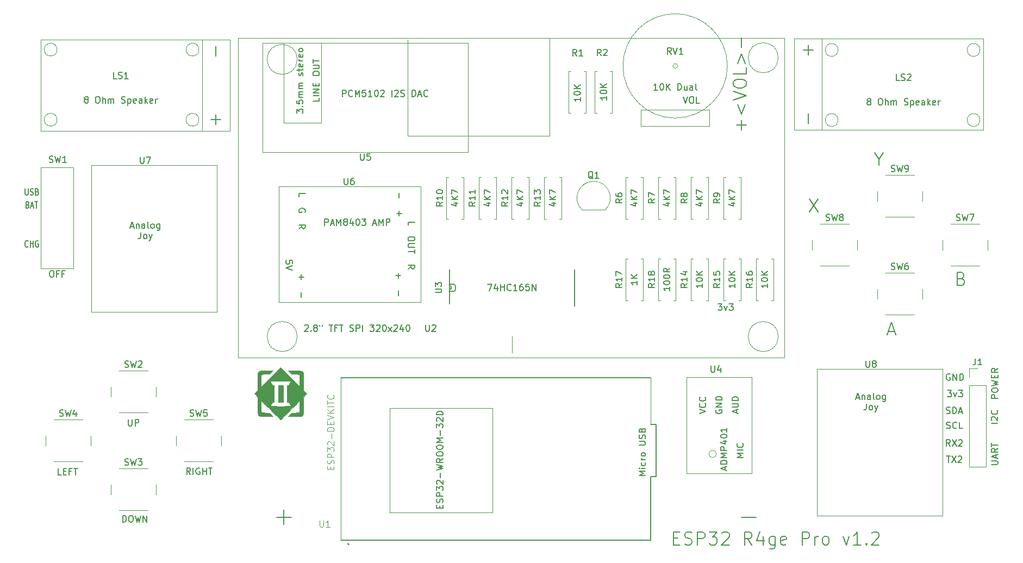
<source format=gbr>
G04 #@! TF.GenerationSoftware,KiCad,Pcbnew,5.1.6-c6e7f7d~86~ubuntu19.10.1*
G04 #@! TF.CreationDate,2020-06-13T17:36:59-04:00*
G04 #@! TF.ProjectId,Esp32Badge-v1,45737033-3242-4616-9467-652d76312e6b,2*
G04 #@! TF.SameCoordinates,Original*
G04 #@! TF.FileFunction,Legend,Top*
G04 #@! TF.FilePolarity,Positive*
%FSLAX46Y46*%
G04 Gerber Fmt 4.6, Leading zero omitted, Abs format (unit mm)*
G04 Created by KiCad (PCBNEW 5.1.6-c6e7f7d~86~ubuntu19.10.1) date 2020-06-13 17:36:59*
%MOMM*%
%LPD*%
G01*
G04 APERTURE LIST*
%ADD10C,0.150000*%
%ADD11C,0.120000*%
%ADD12C,0.010000*%
%ADD13C,0.200000*%
%ADD14C,0.127000*%
%ADD15C,0.152400*%
%ADD16C,0.050000*%
G04 APERTURE END LIST*
D10*
X214117180Y-82014723D02*
X213117180Y-82014723D01*
X213117180Y-81633771D01*
X213164800Y-81538533D01*
X213212419Y-81490914D01*
X213307657Y-81443295D01*
X213450514Y-81443295D01*
X213545752Y-81490914D01*
X213593371Y-81538533D01*
X213640990Y-81633771D01*
X213640990Y-82014723D01*
X213117180Y-80824247D02*
X213117180Y-80633771D01*
X213164800Y-80538533D01*
X213260038Y-80443295D01*
X213450514Y-80395676D01*
X213783847Y-80395676D01*
X213974323Y-80443295D01*
X214069561Y-80538533D01*
X214117180Y-80633771D01*
X214117180Y-80824247D01*
X214069561Y-80919485D01*
X213974323Y-81014723D01*
X213783847Y-81062342D01*
X213450514Y-81062342D01*
X213260038Y-81014723D01*
X213164800Y-80919485D01*
X213117180Y-80824247D01*
X213117180Y-80062342D02*
X214117180Y-79824247D01*
X213402895Y-79633771D01*
X214117180Y-79443295D01*
X213117180Y-79205200D01*
X213593371Y-78824247D02*
X213593371Y-78490914D01*
X214117180Y-78348057D02*
X214117180Y-78824247D01*
X213117180Y-78824247D01*
X213117180Y-78348057D01*
X214117180Y-77348057D02*
X213640990Y-77681390D01*
X214117180Y-77919485D02*
X213117180Y-77919485D01*
X213117180Y-77538533D01*
X213164800Y-77443295D01*
X213212419Y-77395676D01*
X213307657Y-77348057D01*
X213450514Y-77348057D01*
X213545752Y-77395676D01*
X213593371Y-77443295D01*
X213640990Y-77538533D01*
X213640990Y-77919485D01*
X66637019Y-62114180D02*
X66827495Y-62114180D01*
X66922733Y-62161800D01*
X67017971Y-62257038D01*
X67065590Y-62447514D01*
X67065590Y-62780847D01*
X67017971Y-62971323D01*
X66922733Y-63066561D01*
X66827495Y-63114180D01*
X66637019Y-63114180D01*
X66541780Y-63066561D01*
X66446542Y-62971323D01*
X66398923Y-62780847D01*
X66398923Y-62447514D01*
X66446542Y-62257038D01*
X66541780Y-62161800D01*
X66637019Y-62114180D01*
X67827495Y-62590371D02*
X67494161Y-62590371D01*
X67494161Y-63114180D02*
X67494161Y-62114180D01*
X67970352Y-62114180D01*
X68684638Y-62590371D02*
X68351304Y-62590371D01*
X68351304Y-63114180D02*
X68351304Y-62114180D01*
X68827495Y-62114180D01*
X63030171Y-58345342D02*
X62992076Y-58392961D01*
X62877790Y-58440580D01*
X62801600Y-58440580D01*
X62687314Y-58392961D01*
X62611123Y-58297723D01*
X62573028Y-58202485D01*
X62534933Y-58012009D01*
X62534933Y-57869152D01*
X62573028Y-57678676D01*
X62611123Y-57583438D01*
X62687314Y-57488200D01*
X62801600Y-57440580D01*
X62877790Y-57440580D01*
X62992076Y-57488200D01*
X63030171Y-57535819D01*
X63373028Y-58440580D02*
X63373028Y-57440580D01*
X63373028Y-57916771D02*
X63830171Y-57916771D01*
X63830171Y-58440580D02*
X63830171Y-57440580D01*
X64630171Y-57488200D02*
X64553980Y-57440580D01*
X64439695Y-57440580D01*
X64325409Y-57488200D01*
X64249219Y-57583438D01*
X64211123Y-57678676D01*
X64173028Y-57869152D01*
X64173028Y-58012009D01*
X64211123Y-58202485D01*
X64249219Y-58297723D01*
X64325409Y-58392961D01*
X64439695Y-58440580D01*
X64515885Y-58440580D01*
X64630171Y-58392961D01*
X64668266Y-58345342D01*
X64668266Y-58012009D01*
X64515885Y-58012009D01*
X62985723Y-51846171D02*
X63100009Y-51893790D01*
X63138104Y-51941409D01*
X63176200Y-52036647D01*
X63176200Y-52179504D01*
X63138104Y-52274742D01*
X63100009Y-52322361D01*
X63023819Y-52369980D01*
X62719057Y-52369980D01*
X62719057Y-51369980D01*
X62985723Y-51369980D01*
X63061914Y-51417600D01*
X63100009Y-51465219D01*
X63138104Y-51560457D01*
X63138104Y-51655695D01*
X63100009Y-51750933D01*
X63061914Y-51798552D01*
X62985723Y-51846171D01*
X62719057Y-51846171D01*
X63480961Y-52084266D02*
X63861914Y-52084266D01*
X63404771Y-52369980D02*
X63671438Y-51369980D01*
X63938104Y-52369980D01*
X64090485Y-51369980D02*
X64547628Y-51369980D01*
X64319057Y-52369980D02*
X64319057Y-51369980D01*
X62592076Y-49337980D02*
X62592076Y-50147504D01*
X62630171Y-50242742D01*
X62668266Y-50290361D01*
X62744457Y-50337980D01*
X62896838Y-50337980D01*
X62973028Y-50290361D01*
X63011123Y-50242742D01*
X63049219Y-50147504D01*
X63049219Y-49337980D01*
X63392076Y-50290361D02*
X63506361Y-50337980D01*
X63696838Y-50337980D01*
X63773028Y-50290361D01*
X63811123Y-50242742D01*
X63849219Y-50147504D01*
X63849219Y-50052266D01*
X63811123Y-49957028D01*
X63773028Y-49909409D01*
X63696838Y-49861790D01*
X63544457Y-49814171D01*
X63468266Y-49766552D01*
X63430171Y-49718933D01*
X63392076Y-49623695D01*
X63392076Y-49528457D01*
X63430171Y-49433219D01*
X63468266Y-49385600D01*
X63544457Y-49337980D01*
X63734933Y-49337980D01*
X63849219Y-49385600D01*
X64458742Y-49814171D02*
X64573028Y-49861790D01*
X64611123Y-49909409D01*
X64649219Y-50004647D01*
X64649219Y-50147504D01*
X64611123Y-50242742D01*
X64573028Y-50290361D01*
X64496838Y-50337980D01*
X64192076Y-50337980D01*
X64192076Y-49337980D01*
X64458742Y-49337980D01*
X64534933Y-49385600D01*
X64573028Y-49433219D01*
X64611123Y-49528457D01*
X64611123Y-49623695D01*
X64573028Y-49718933D01*
X64534933Y-49766552D01*
X64458742Y-49814171D01*
X64192076Y-49814171D01*
X163600219Y-103793942D02*
X164266885Y-103793942D01*
X164552600Y-104841561D02*
X163600219Y-104841561D01*
X163600219Y-102841561D01*
X164552600Y-102841561D01*
X165314504Y-104746323D02*
X165600219Y-104841561D01*
X166076409Y-104841561D01*
X166266885Y-104746323D01*
X166362123Y-104651085D01*
X166457361Y-104460609D01*
X166457361Y-104270133D01*
X166362123Y-104079657D01*
X166266885Y-103984419D01*
X166076409Y-103889180D01*
X165695457Y-103793942D01*
X165504980Y-103698704D01*
X165409742Y-103603466D01*
X165314504Y-103412990D01*
X165314504Y-103222514D01*
X165409742Y-103032038D01*
X165504980Y-102936800D01*
X165695457Y-102841561D01*
X166171647Y-102841561D01*
X166457361Y-102936800D01*
X167314504Y-104841561D02*
X167314504Y-102841561D01*
X168076409Y-102841561D01*
X168266885Y-102936800D01*
X168362123Y-103032038D01*
X168457361Y-103222514D01*
X168457361Y-103508228D01*
X168362123Y-103698704D01*
X168266885Y-103793942D01*
X168076409Y-103889180D01*
X167314504Y-103889180D01*
X169124028Y-102841561D02*
X170362123Y-102841561D01*
X169695457Y-103603466D01*
X169981171Y-103603466D01*
X170171647Y-103698704D01*
X170266885Y-103793942D01*
X170362123Y-103984419D01*
X170362123Y-104460609D01*
X170266885Y-104651085D01*
X170171647Y-104746323D01*
X169981171Y-104841561D01*
X169409742Y-104841561D01*
X169219266Y-104746323D01*
X169124028Y-104651085D01*
X171124028Y-103032038D02*
X171219266Y-102936800D01*
X171409742Y-102841561D01*
X171885933Y-102841561D01*
X172076409Y-102936800D01*
X172171647Y-103032038D01*
X172266885Y-103222514D01*
X172266885Y-103412990D01*
X172171647Y-103698704D01*
X171028790Y-104841561D01*
X172266885Y-104841561D01*
X175790695Y-104841561D02*
X175124028Y-103889180D01*
X174647838Y-104841561D02*
X174647838Y-102841561D01*
X175409742Y-102841561D01*
X175600219Y-102936800D01*
X175695457Y-103032038D01*
X175790695Y-103222514D01*
X175790695Y-103508228D01*
X175695457Y-103698704D01*
X175600219Y-103793942D01*
X175409742Y-103889180D01*
X174647838Y-103889180D01*
X177504980Y-103508228D02*
X177504980Y-104841561D01*
X177028790Y-102746323D02*
X176552600Y-104174895D01*
X177790695Y-104174895D01*
X179409742Y-103508228D02*
X179409742Y-105127276D01*
X179314504Y-105317752D01*
X179219266Y-105412990D01*
X179028790Y-105508228D01*
X178743076Y-105508228D01*
X178552600Y-105412990D01*
X179409742Y-104746323D02*
X179219266Y-104841561D01*
X178838314Y-104841561D01*
X178647838Y-104746323D01*
X178552600Y-104651085D01*
X178457361Y-104460609D01*
X178457361Y-103889180D01*
X178552600Y-103698704D01*
X178647838Y-103603466D01*
X178838314Y-103508228D01*
X179219266Y-103508228D01*
X179409742Y-103603466D01*
X181124028Y-104746323D02*
X180933552Y-104841561D01*
X180552600Y-104841561D01*
X180362123Y-104746323D01*
X180266885Y-104555847D01*
X180266885Y-103793942D01*
X180362123Y-103603466D01*
X180552600Y-103508228D01*
X180933552Y-103508228D01*
X181124028Y-103603466D01*
X181219266Y-103793942D01*
X181219266Y-103984419D01*
X180266885Y-104174895D01*
X183600219Y-104841561D02*
X183600219Y-102841561D01*
X184362123Y-102841561D01*
X184552600Y-102936800D01*
X184647838Y-103032038D01*
X184743076Y-103222514D01*
X184743076Y-103508228D01*
X184647838Y-103698704D01*
X184552600Y-103793942D01*
X184362123Y-103889180D01*
X183600219Y-103889180D01*
X185600219Y-104841561D02*
X185600219Y-103508228D01*
X185600219Y-103889180D02*
X185695457Y-103698704D01*
X185790695Y-103603466D01*
X185981171Y-103508228D01*
X186171647Y-103508228D01*
X187124028Y-104841561D02*
X186933552Y-104746323D01*
X186838314Y-104651085D01*
X186743076Y-104460609D01*
X186743076Y-103889180D01*
X186838314Y-103698704D01*
X186933552Y-103603466D01*
X187124028Y-103508228D01*
X187409742Y-103508228D01*
X187600219Y-103603466D01*
X187695457Y-103698704D01*
X187790695Y-103889180D01*
X187790695Y-104460609D01*
X187695457Y-104651085D01*
X187600219Y-104746323D01*
X187409742Y-104841561D01*
X187124028Y-104841561D01*
X189981171Y-103508228D02*
X190457361Y-104841561D01*
X190933552Y-103508228D01*
X192743076Y-104841561D02*
X191600219Y-104841561D01*
X192171647Y-104841561D02*
X192171647Y-102841561D01*
X191981171Y-103127276D01*
X191790695Y-103317752D01*
X191600219Y-103412990D01*
X193600219Y-104651085D02*
X193695457Y-104746323D01*
X193600219Y-104841561D01*
X193504980Y-104746323D01*
X193600219Y-104651085D01*
X193600219Y-104841561D01*
X194457361Y-103032038D02*
X194552600Y-102936800D01*
X194743076Y-102841561D01*
X195219266Y-102841561D01*
X195409742Y-102936800D01*
X195504980Y-103032038D01*
X195600219Y-103222514D01*
X195600219Y-103412990D01*
X195504980Y-103698704D01*
X194362123Y-104841561D01*
X195600219Y-104841561D01*
X88328666Y-93873580D02*
X87995333Y-93397390D01*
X87757238Y-93873580D02*
X87757238Y-92873580D01*
X88138190Y-92873580D01*
X88233428Y-92921200D01*
X88281047Y-92968819D01*
X88328666Y-93064057D01*
X88328666Y-93206914D01*
X88281047Y-93302152D01*
X88233428Y-93349771D01*
X88138190Y-93397390D01*
X87757238Y-93397390D01*
X88757238Y-93873580D02*
X88757238Y-92873580D01*
X89757238Y-92921200D02*
X89662000Y-92873580D01*
X89519142Y-92873580D01*
X89376285Y-92921200D01*
X89281047Y-93016438D01*
X89233428Y-93111676D01*
X89185809Y-93302152D01*
X89185809Y-93445009D01*
X89233428Y-93635485D01*
X89281047Y-93730723D01*
X89376285Y-93825961D01*
X89519142Y-93873580D01*
X89614380Y-93873580D01*
X89757238Y-93825961D01*
X89804857Y-93778342D01*
X89804857Y-93445009D01*
X89614380Y-93445009D01*
X90233428Y-93873580D02*
X90233428Y-92873580D01*
X90233428Y-93349771D02*
X90804857Y-93349771D01*
X90804857Y-93873580D02*
X90804857Y-92873580D01*
X91138190Y-92873580D02*
X91709619Y-92873580D01*
X91423904Y-93873580D02*
X91423904Y-92873580D01*
X68211819Y-93924380D02*
X67735628Y-93924380D01*
X67735628Y-92924380D01*
X68545152Y-93400571D02*
X68878485Y-93400571D01*
X69021342Y-93924380D02*
X68545152Y-93924380D01*
X68545152Y-92924380D01*
X69021342Y-92924380D01*
X69783247Y-93400571D02*
X69449914Y-93400571D01*
X69449914Y-93924380D02*
X69449914Y-92924380D01*
X69926104Y-92924380D01*
X70164200Y-92924380D02*
X70735628Y-92924380D01*
X70449914Y-93924380D02*
X70449914Y-92924380D01*
X77773447Y-101290380D02*
X77773447Y-100290380D01*
X78011542Y-100290380D01*
X78154400Y-100338000D01*
X78249638Y-100433238D01*
X78297257Y-100528476D01*
X78344876Y-100718952D01*
X78344876Y-100861809D01*
X78297257Y-101052285D01*
X78249638Y-101147523D01*
X78154400Y-101242761D01*
X78011542Y-101290380D01*
X77773447Y-101290380D01*
X78963923Y-100290380D02*
X79154400Y-100290380D01*
X79249638Y-100338000D01*
X79344876Y-100433238D01*
X79392495Y-100623714D01*
X79392495Y-100957047D01*
X79344876Y-101147523D01*
X79249638Y-101242761D01*
X79154400Y-101290380D01*
X78963923Y-101290380D01*
X78868685Y-101242761D01*
X78773447Y-101147523D01*
X78725828Y-100957047D01*
X78725828Y-100623714D01*
X78773447Y-100433238D01*
X78868685Y-100338000D01*
X78963923Y-100290380D01*
X79725828Y-100290380D02*
X79963923Y-101290380D01*
X80154400Y-100576095D01*
X80344876Y-101290380D01*
X80582971Y-100290380D01*
X80963923Y-101290380D02*
X80963923Y-100290380D01*
X81535352Y-101290380D01*
X81535352Y-100290380D01*
X78665485Y-85304380D02*
X78665485Y-86113904D01*
X78713104Y-86209142D01*
X78760723Y-86256761D01*
X78855961Y-86304380D01*
X79046438Y-86304380D01*
X79141676Y-86256761D01*
X79189295Y-86209142D01*
X79236914Y-86113904D01*
X79236914Y-85304380D01*
X79713104Y-86304380D02*
X79713104Y-85304380D01*
X80094057Y-85304380D01*
X80189295Y-85352000D01*
X80236914Y-85399619D01*
X80284533Y-85494857D01*
X80284533Y-85637714D01*
X80236914Y-85732952D01*
X80189295Y-85780571D01*
X80094057Y-85828190D01*
X79713104Y-85828190D01*
X153157180Y-34929676D02*
X153157180Y-35501104D01*
X153157180Y-35215390D02*
X152157180Y-35215390D01*
X152300038Y-35310628D01*
X152395276Y-35405866D01*
X152442895Y-35501104D01*
X152157180Y-34310628D02*
X152157180Y-34215390D01*
X152204800Y-34120152D01*
X152252419Y-34072533D01*
X152347657Y-34024914D01*
X152538133Y-33977295D01*
X152776228Y-33977295D01*
X152966704Y-34024914D01*
X153061942Y-34072533D01*
X153109561Y-34120152D01*
X153157180Y-34215390D01*
X153157180Y-34310628D01*
X153109561Y-34405866D01*
X153061942Y-34453485D01*
X152966704Y-34501104D01*
X152776228Y-34548723D01*
X152538133Y-34548723D01*
X152347657Y-34501104D01*
X152252419Y-34453485D01*
X152204800Y-34405866D01*
X152157180Y-34310628D01*
X153157180Y-33548723D02*
X152157180Y-33548723D01*
X153157180Y-32977295D02*
X152585752Y-33405866D01*
X152157180Y-32977295D02*
X152728609Y-33548723D01*
X149067780Y-35132876D02*
X149067780Y-35704304D01*
X149067780Y-35418590D02*
X148067780Y-35418590D01*
X148210638Y-35513828D01*
X148305876Y-35609066D01*
X148353495Y-35704304D01*
X148067780Y-34513828D02*
X148067780Y-34418590D01*
X148115400Y-34323352D01*
X148163019Y-34275733D01*
X148258257Y-34228114D01*
X148448733Y-34180495D01*
X148686828Y-34180495D01*
X148877304Y-34228114D01*
X148972542Y-34275733D01*
X149020161Y-34323352D01*
X149067780Y-34418590D01*
X149067780Y-34513828D01*
X149020161Y-34609066D01*
X148972542Y-34656685D01*
X148877304Y-34704304D01*
X148686828Y-34751923D01*
X148448733Y-34751923D01*
X148258257Y-34704304D01*
X148163019Y-34656685D01*
X148115400Y-34609066D01*
X148067780Y-34513828D01*
X149067780Y-33751923D02*
X148067780Y-33751923D01*
X149067780Y-33180495D02*
X148496352Y-33609066D01*
X148067780Y-33180495D02*
X148639209Y-33751923D01*
X174132857Y-40210476D02*
X174132857Y-38686666D01*
X174894761Y-39448571D02*
X173370952Y-39448571D01*
X173561428Y-36210476D02*
X174132857Y-37734285D01*
X174704285Y-36210476D01*
X172894761Y-35543809D02*
X174894761Y-34877142D01*
X172894761Y-34210476D01*
X172894761Y-33162857D02*
X172894761Y-32781904D01*
X172990000Y-32591428D01*
X173180476Y-32400952D01*
X173561428Y-32305714D01*
X174228095Y-32305714D01*
X174609047Y-32400952D01*
X174799523Y-32591428D01*
X174894761Y-32781904D01*
X174894761Y-33162857D01*
X174799523Y-33353333D01*
X174609047Y-33543809D01*
X174228095Y-33639047D01*
X173561428Y-33639047D01*
X173180476Y-33543809D01*
X172990000Y-33353333D01*
X172894761Y-33162857D01*
X174894761Y-30496190D02*
X174894761Y-31448571D01*
X172894761Y-31448571D01*
X173561428Y-29829523D02*
X174132857Y-28305714D01*
X174704285Y-29829523D01*
X174132857Y-27353333D02*
X174132857Y-25829523D01*
X176402857Y-100544285D02*
X174117142Y-100544285D01*
X104012857Y-100544285D02*
X101727142Y-100544285D01*
X102870000Y-101687142D02*
X102870000Y-99401428D01*
X128592380Y-65341428D02*
X129401904Y-65341428D01*
X129497142Y-65246190D01*
X129544761Y-65150952D01*
X129592380Y-64960476D01*
X129592380Y-64579523D01*
X129544761Y-64389047D01*
X129497142Y-64293809D01*
X129401904Y-64198571D01*
X128592380Y-64198571D01*
X78970476Y-55221666D02*
X79446666Y-55221666D01*
X78875238Y-55507380D02*
X79208571Y-54507380D01*
X79541904Y-55507380D01*
X79875238Y-54840714D02*
X79875238Y-55507380D01*
X79875238Y-54935952D02*
X79922857Y-54888333D01*
X80018095Y-54840714D01*
X80160952Y-54840714D01*
X80256190Y-54888333D01*
X80303809Y-54983571D01*
X80303809Y-55507380D01*
X81208571Y-55507380D02*
X81208571Y-54983571D01*
X81160952Y-54888333D01*
X81065714Y-54840714D01*
X80875238Y-54840714D01*
X80780000Y-54888333D01*
X81208571Y-55459761D02*
X81113333Y-55507380D01*
X80875238Y-55507380D01*
X80780000Y-55459761D01*
X80732380Y-55364523D01*
X80732380Y-55269285D01*
X80780000Y-55174047D01*
X80875238Y-55126428D01*
X81113333Y-55126428D01*
X81208571Y-55078809D01*
X81827619Y-55507380D02*
X81732380Y-55459761D01*
X81684761Y-55364523D01*
X81684761Y-54507380D01*
X82351428Y-55507380D02*
X82256190Y-55459761D01*
X82208571Y-55412142D01*
X82160952Y-55316904D01*
X82160952Y-55031190D01*
X82208571Y-54935952D01*
X82256190Y-54888333D01*
X82351428Y-54840714D01*
X82494285Y-54840714D01*
X82589523Y-54888333D01*
X82637142Y-54935952D01*
X82684761Y-55031190D01*
X82684761Y-55316904D01*
X82637142Y-55412142D01*
X82589523Y-55459761D01*
X82494285Y-55507380D01*
X82351428Y-55507380D01*
X83541904Y-54840714D02*
X83541904Y-55650238D01*
X83494285Y-55745476D01*
X83446666Y-55793095D01*
X83351428Y-55840714D01*
X83208571Y-55840714D01*
X83113333Y-55793095D01*
X83541904Y-55459761D02*
X83446666Y-55507380D01*
X83256190Y-55507380D01*
X83160952Y-55459761D01*
X83113333Y-55412142D01*
X83065714Y-55316904D01*
X83065714Y-55031190D01*
X83113333Y-54935952D01*
X83160952Y-54888333D01*
X83256190Y-54840714D01*
X83446666Y-54840714D01*
X83541904Y-54888333D01*
X80589523Y-56157380D02*
X80589523Y-56871666D01*
X80541904Y-57014523D01*
X80446666Y-57109761D01*
X80303809Y-57157380D01*
X80208571Y-57157380D01*
X81208571Y-57157380D02*
X81113333Y-57109761D01*
X81065714Y-57062142D01*
X81018095Y-56966904D01*
X81018095Y-56681190D01*
X81065714Y-56585952D01*
X81113333Y-56538333D01*
X81208571Y-56490714D01*
X81351428Y-56490714D01*
X81446666Y-56538333D01*
X81494285Y-56585952D01*
X81541904Y-56681190D01*
X81541904Y-56966904D01*
X81494285Y-57062142D01*
X81446666Y-57109761D01*
X81351428Y-57157380D01*
X81208571Y-57157380D01*
X81875238Y-56490714D02*
X82113333Y-57157380D01*
X82351428Y-56490714D02*
X82113333Y-57157380D01*
X82018095Y-57395476D01*
X81970476Y-57443095D01*
X81875238Y-57490714D01*
X192000476Y-81891666D02*
X192476666Y-81891666D01*
X191905238Y-82177380D02*
X192238571Y-81177380D01*
X192571904Y-82177380D01*
X192905238Y-81510714D02*
X192905238Y-82177380D01*
X192905238Y-81605952D02*
X192952857Y-81558333D01*
X193048095Y-81510714D01*
X193190952Y-81510714D01*
X193286190Y-81558333D01*
X193333809Y-81653571D01*
X193333809Y-82177380D01*
X194238571Y-82177380D02*
X194238571Y-81653571D01*
X194190952Y-81558333D01*
X194095714Y-81510714D01*
X193905238Y-81510714D01*
X193810000Y-81558333D01*
X194238571Y-82129761D02*
X194143333Y-82177380D01*
X193905238Y-82177380D01*
X193810000Y-82129761D01*
X193762380Y-82034523D01*
X193762380Y-81939285D01*
X193810000Y-81844047D01*
X193905238Y-81796428D01*
X194143333Y-81796428D01*
X194238571Y-81748809D01*
X194857619Y-82177380D02*
X194762380Y-82129761D01*
X194714761Y-82034523D01*
X194714761Y-81177380D01*
X195381428Y-82177380D02*
X195286190Y-82129761D01*
X195238571Y-82082142D01*
X195190952Y-81986904D01*
X195190952Y-81701190D01*
X195238571Y-81605952D01*
X195286190Y-81558333D01*
X195381428Y-81510714D01*
X195524285Y-81510714D01*
X195619523Y-81558333D01*
X195667142Y-81605952D01*
X195714761Y-81701190D01*
X195714761Y-81986904D01*
X195667142Y-82082142D01*
X195619523Y-82129761D01*
X195524285Y-82177380D01*
X195381428Y-82177380D01*
X196571904Y-81510714D02*
X196571904Y-82320238D01*
X196524285Y-82415476D01*
X196476666Y-82463095D01*
X196381428Y-82510714D01*
X196238571Y-82510714D01*
X196143333Y-82463095D01*
X196571904Y-82129761D02*
X196476666Y-82177380D01*
X196286190Y-82177380D01*
X196190952Y-82129761D01*
X196143333Y-82082142D01*
X196095714Y-81986904D01*
X196095714Y-81701190D01*
X196143333Y-81605952D01*
X196190952Y-81558333D01*
X196286190Y-81510714D01*
X196476666Y-81510714D01*
X196571904Y-81558333D01*
X193619523Y-82827380D02*
X193619523Y-83541666D01*
X193571904Y-83684523D01*
X193476666Y-83779761D01*
X193333809Y-83827380D01*
X193238571Y-83827380D01*
X194238571Y-83827380D02*
X194143333Y-83779761D01*
X194095714Y-83732142D01*
X194048095Y-83636904D01*
X194048095Y-83351190D01*
X194095714Y-83255952D01*
X194143333Y-83208333D01*
X194238571Y-83160714D01*
X194381428Y-83160714D01*
X194476666Y-83208333D01*
X194524285Y-83255952D01*
X194571904Y-83351190D01*
X194571904Y-83636904D01*
X194524285Y-83732142D01*
X194476666Y-83779761D01*
X194381428Y-83827380D01*
X194238571Y-83827380D01*
X194905238Y-83160714D02*
X195143333Y-83827380D01*
X195381428Y-83160714D02*
X195143333Y-83827380D01*
X195048095Y-84065476D01*
X195000476Y-84113095D01*
X194905238Y-84160714D01*
X178252380Y-64190476D02*
X178252380Y-64761904D01*
X178252380Y-64476190D02*
X177252380Y-64476190D01*
X177395238Y-64571428D01*
X177490476Y-64666666D01*
X177538095Y-64761904D01*
X177252380Y-63571428D02*
X177252380Y-63476190D01*
X177300000Y-63380952D01*
X177347619Y-63333333D01*
X177442857Y-63285714D01*
X177633333Y-63238095D01*
X177871428Y-63238095D01*
X178061904Y-63285714D01*
X178157142Y-63333333D01*
X178204761Y-63380952D01*
X178252380Y-63476190D01*
X178252380Y-63571428D01*
X178204761Y-63666666D01*
X178157142Y-63714285D01*
X178061904Y-63761904D01*
X177871428Y-63809523D01*
X177633333Y-63809523D01*
X177442857Y-63761904D01*
X177347619Y-63714285D01*
X177300000Y-63666666D01*
X177252380Y-63571428D01*
X178252380Y-62809523D02*
X177252380Y-62809523D01*
X178252380Y-62238095D02*
X177680952Y-62666666D01*
X177252380Y-62238095D02*
X177823809Y-62809523D01*
X173172380Y-64190476D02*
X173172380Y-64761904D01*
X173172380Y-64476190D02*
X172172380Y-64476190D01*
X172315238Y-64571428D01*
X172410476Y-64666666D01*
X172458095Y-64761904D01*
X172172380Y-63571428D02*
X172172380Y-63476190D01*
X172220000Y-63380952D01*
X172267619Y-63333333D01*
X172362857Y-63285714D01*
X172553333Y-63238095D01*
X172791428Y-63238095D01*
X172981904Y-63285714D01*
X173077142Y-63333333D01*
X173124761Y-63380952D01*
X173172380Y-63476190D01*
X173172380Y-63571428D01*
X173124761Y-63666666D01*
X173077142Y-63714285D01*
X172981904Y-63761904D01*
X172791428Y-63809523D01*
X172553333Y-63809523D01*
X172362857Y-63761904D01*
X172267619Y-63714285D01*
X172220000Y-63666666D01*
X172172380Y-63571428D01*
X173172380Y-62809523D02*
X172172380Y-62809523D01*
X173172380Y-62238095D02*
X172600952Y-62666666D01*
X172172380Y-62238095D02*
X172743809Y-62809523D01*
X168092380Y-64190476D02*
X168092380Y-64761904D01*
X168092380Y-64476190D02*
X167092380Y-64476190D01*
X167235238Y-64571428D01*
X167330476Y-64666666D01*
X167378095Y-64761904D01*
X167092380Y-63571428D02*
X167092380Y-63476190D01*
X167140000Y-63380952D01*
X167187619Y-63333333D01*
X167282857Y-63285714D01*
X167473333Y-63238095D01*
X167711428Y-63238095D01*
X167901904Y-63285714D01*
X167997142Y-63333333D01*
X168044761Y-63380952D01*
X168092380Y-63476190D01*
X168092380Y-63571428D01*
X168044761Y-63666666D01*
X167997142Y-63714285D01*
X167901904Y-63761904D01*
X167711428Y-63809523D01*
X167473333Y-63809523D01*
X167282857Y-63761904D01*
X167187619Y-63714285D01*
X167140000Y-63666666D01*
X167092380Y-63571428D01*
X168092380Y-62809523D02*
X167092380Y-62809523D01*
X168092380Y-62238095D02*
X167520952Y-62666666D01*
X167092380Y-62238095D02*
X167663809Y-62809523D01*
X163012380Y-64666666D02*
X163012380Y-65238095D01*
X163012380Y-64952380D02*
X162012380Y-64952380D01*
X162155238Y-65047619D01*
X162250476Y-65142857D01*
X162298095Y-65238095D01*
X162012380Y-64047619D02*
X162012380Y-63952380D01*
X162060000Y-63857142D01*
X162107619Y-63809523D01*
X162202857Y-63761904D01*
X162393333Y-63714285D01*
X162631428Y-63714285D01*
X162821904Y-63761904D01*
X162917142Y-63809523D01*
X162964761Y-63857142D01*
X163012380Y-63952380D01*
X163012380Y-64047619D01*
X162964761Y-64142857D01*
X162917142Y-64190476D01*
X162821904Y-64238095D01*
X162631428Y-64285714D01*
X162393333Y-64285714D01*
X162202857Y-64238095D01*
X162107619Y-64190476D01*
X162060000Y-64142857D01*
X162012380Y-64047619D01*
X162012380Y-63095238D02*
X162012380Y-63000000D01*
X162060000Y-62904761D01*
X162107619Y-62857142D01*
X162202857Y-62809523D01*
X162393333Y-62761904D01*
X162631428Y-62761904D01*
X162821904Y-62809523D01*
X162917142Y-62857142D01*
X162964761Y-62904761D01*
X163012380Y-63000000D01*
X163012380Y-63095238D01*
X162964761Y-63190476D01*
X162917142Y-63238095D01*
X162821904Y-63285714D01*
X162631428Y-63333333D01*
X162393333Y-63333333D01*
X162202857Y-63285714D01*
X162107619Y-63238095D01*
X162060000Y-63190476D01*
X162012380Y-63095238D01*
X163012380Y-61761904D02*
X162536190Y-62095238D01*
X163012380Y-62333333D02*
X162012380Y-62333333D01*
X162012380Y-61952380D01*
X162060000Y-61857142D01*
X162107619Y-61809523D01*
X162202857Y-61761904D01*
X162345714Y-61761904D01*
X162440952Y-61809523D01*
X162488571Y-61857142D01*
X162536190Y-61952380D01*
X162536190Y-62333333D01*
X157932380Y-63714285D02*
X157932380Y-64285714D01*
X157932380Y-64000000D02*
X156932380Y-64000000D01*
X157075238Y-64095238D01*
X157170476Y-64190476D01*
X157218095Y-64285714D01*
X157932380Y-63285714D02*
X156932380Y-63285714D01*
X157932380Y-62714285D02*
X157360952Y-63142857D01*
X156932380Y-62714285D02*
X157503809Y-63285714D01*
X172505714Y-51585714D02*
X173172380Y-51585714D01*
X172124761Y-51823809D02*
X172839047Y-52061904D01*
X172839047Y-51442857D01*
X173172380Y-51061904D02*
X172172380Y-51061904D01*
X173172380Y-50490476D02*
X172600952Y-50919047D01*
X172172380Y-50490476D02*
X172743809Y-51061904D01*
X172172380Y-50157142D02*
X172172380Y-49490476D01*
X173172380Y-49919047D01*
X167425714Y-51585714D02*
X168092380Y-51585714D01*
X167044761Y-51823809D02*
X167759047Y-52061904D01*
X167759047Y-51442857D01*
X168092380Y-51061904D02*
X167092380Y-51061904D01*
X168092380Y-50490476D02*
X167520952Y-50919047D01*
X167092380Y-50490476D02*
X167663809Y-51061904D01*
X167092380Y-50157142D02*
X167092380Y-49490476D01*
X168092380Y-49919047D01*
X162345714Y-51585714D02*
X163012380Y-51585714D01*
X161964761Y-51823809D02*
X162679047Y-52061904D01*
X162679047Y-51442857D01*
X163012380Y-51061904D02*
X162012380Y-51061904D01*
X163012380Y-50490476D02*
X162440952Y-50919047D01*
X162012380Y-50490476D02*
X162583809Y-51061904D01*
X162012380Y-50157142D02*
X162012380Y-49490476D01*
X163012380Y-49919047D01*
X157265714Y-51585714D02*
X157932380Y-51585714D01*
X156884761Y-51823809D02*
X157599047Y-52061904D01*
X157599047Y-51442857D01*
X157932380Y-51061904D02*
X156932380Y-51061904D01*
X157932380Y-50490476D02*
X157360952Y-50919047D01*
X156932380Y-50490476D02*
X157503809Y-51061904D01*
X156932380Y-50157142D02*
X156932380Y-49490476D01*
X157932380Y-49919047D01*
X109252380Y-55062380D02*
X109252380Y-54062380D01*
X109633333Y-54062380D01*
X109728571Y-54110000D01*
X109776190Y-54157619D01*
X109823809Y-54252857D01*
X109823809Y-54395714D01*
X109776190Y-54490952D01*
X109728571Y-54538571D01*
X109633333Y-54586190D01*
X109252380Y-54586190D01*
X110204761Y-54776666D02*
X110680952Y-54776666D01*
X110109523Y-55062380D02*
X110442857Y-54062380D01*
X110776190Y-55062380D01*
X111109523Y-55062380D02*
X111109523Y-54062380D01*
X111442857Y-54776666D01*
X111776190Y-54062380D01*
X111776190Y-55062380D01*
X112395238Y-54490952D02*
X112300000Y-54443333D01*
X112252380Y-54395714D01*
X112204761Y-54300476D01*
X112204761Y-54252857D01*
X112252380Y-54157619D01*
X112300000Y-54110000D01*
X112395238Y-54062380D01*
X112585714Y-54062380D01*
X112680952Y-54110000D01*
X112728571Y-54157619D01*
X112776190Y-54252857D01*
X112776190Y-54300476D01*
X112728571Y-54395714D01*
X112680952Y-54443333D01*
X112585714Y-54490952D01*
X112395238Y-54490952D01*
X112300000Y-54538571D01*
X112252380Y-54586190D01*
X112204761Y-54681428D01*
X112204761Y-54871904D01*
X112252380Y-54967142D01*
X112300000Y-55014761D01*
X112395238Y-55062380D01*
X112585714Y-55062380D01*
X112680952Y-55014761D01*
X112728571Y-54967142D01*
X112776190Y-54871904D01*
X112776190Y-54681428D01*
X112728571Y-54586190D01*
X112680952Y-54538571D01*
X112585714Y-54490952D01*
X113633333Y-54395714D02*
X113633333Y-55062380D01*
X113395238Y-54014761D02*
X113157142Y-54729047D01*
X113776190Y-54729047D01*
X114347619Y-54062380D02*
X114442857Y-54062380D01*
X114538095Y-54110000D01*
X114585714Y-54157619D01*
X114633333Y-54252857D01*
X114680952Y-54443333D01*
X114680952Y-54681428D01*
X114633333Y-54871904D01*
X114585714Y-54967142D01*
X114538095Y-55014761D01*
X114442857Y-55062380D01*
X114347619Y-55062380D01*
X114252380Y-55014761D01*
X114204761Y-54967142D01*
X114157142Y-54871904D01*
X114109523Y-54681428D01*
X114109523Y-54443333D01*
X114157142Y-54252857D01*
X114204761Y-54157619D01*
X114252380Y-54110000D01*
X114347619Y-54062380D01*
X115014285Y-54062380D02*
X115633333Y-54062380D01*
X115300000Y-54443333D01*
X115442857Y-54443333D01*
X115538095Y-54490952D01*
X115585714Y-54538571D01*
X115633333Y-54633809D01*
X115633333Y-54871904D01*
X115585714Y-54967142D01*
X115538095Y-55014761D01*
X115442857Y-55062380D01*
X115157142Y-55062380D01*
X115061904Y-55014761D01*
X115014285Y-54967142D01*
X116776190Y-54776666D02*
X117252380Y-54776666D01*
X116680952Y-55062380D02*
X117014285Y-54062380D01*
X117347619Y-55062380D01*
X117680952Y-55062380D02*
X117680952Y-54062380D01*
X118014285Y-54776666D01*
X118347619Y-54062380D01*
X118347619Y-55062380D01*
X118823809Y-55062380D02*
X118823809Y-54062380D01*
X119204761Y-54062380D01*
X119300000Y-54110000D01*
X119347619Y-54157619D01*
X119395238Y-54252857D01*
X119395238Y-54395714D01*
X119347619Y-54490952D01*
X119300000Y-54538571D01*
X119204761Y-54586190D01*
X118823809Y-54586190D01*
X120721428Y-66031904D02*
X120721428Y-65270000D01*
X120721428Y-63270000D02*
X120721428Y-62508095D01*
X121102380Y-62889047D02*
X120340476Y-62889047D01*
X134644285Y-64222380D02*
X135310952Y-64222380D01*
X134882380Y-65222380D01*
X136120476Y-64555714D02*
X136120476Y-65222380D01*
X135882380Y-64174761D02*
X135644285Y-64889047D01*
X136263333Y-64889047D01*
X136644285Y-65222380D02*
X136644285Y-64222380D01*
X136644285Y-64698571D02*
X137215714Y-64698571D01*
X137215714Y-65222380D02*
X137215714Y-64222380D01*
X138263333Y-65127142D02*
X138215714Y-65174761D01*
X138072857Y-65222380D01*
X137977619Y-65222380D01*
X137834761Y-65174761D01*
X137739523Y-65079523D01*
X137691904Y-64984285D01*
X137644285Y-64793809D01*
X137644285Y-64650952D01*
X137691904Y-64460476D01*
X137739523Y-64365238D01*
X137834761Y-64270000D01*
X137977619Y-64222380D01*
X138072857Y-64222380D01*
X138215714Y-64270000D01*
X138263333Y-64317619D01*
X139215714Y-65222380D02*
X138644285Y-65222380D01*
X138930000Y-65222380D02*
X138930000Y-64222380D01*
X138834761Y-64365238D01*
X138739523Y-64460476D01*
X138644285Y-64508095D01*
X140072857Y-64222380D02*
X139882380Y-64222380D01*
X139787142Y-64270000D01*
X139739523Y-64317619D01*
X139644285Y-64460476D01*
X139596666Y-64650952D01*
X139596666Y-65031904D01*
X139644285Y-65127142D01*
X139691904Y-65174761D01*
X139787142Y-65222380D01*
X139977619Y-65222380D01*
X140072857Y-65174761D01*
X140120476Y-65127142D01*
X140168095Y-65031904D01*
X140168095Y-64793809D01*
X140120476Y-64698571D01*
X140072857Y-64650952D01*
X139977619Y-64603333D01*
X139787142Y-64603333D01*
X139691904Y-64650952D01*
X139644285Y-64698571D01*
X139596666Y-64793809D01*
X141072857Y-64222380D02*
X140596666Y-64222380D01*
X140549047Y-64698571D01*
X140596666Y-64650952D01*
X140691904Y-64603333D01*
X140930000Y-64603333D01*
X141025238Y-64650952D01*
X141072857Y-64698571D01*
X141120476Y-64793809D01*
X141120476Y-65031904D01*
X141072857Y-65127142D01*
X141025238Y-65174761D01*
X140930000Y-65222380D01*
X140691904Y-65222380D01*
X140596666Y-65174761D01*
X140549047Y-65127142D01*
X141549047Y-65222380D02*
X141549047Y-64222380D01*
X142120476Y-65222380D01*
X142120476Y-64222380D01*
D11*
X138430000Y-74930000D02*
X138430000Y-72390000D01*
D10*
X213091780Y-92324038D02*
X213901304Y-92324038D01*
X213996542Y-92276419D01*
X214044161Y-92228800D01*
X214091780Y-92133561D01*
X214091780Y-91943085D01*
X214044161Y-91847847D01*
X213996542Y-91800228D01*
X213901304Y-91752609D01*
X213091780Y-91752609D01*
X213806066Y-91324038D02*
X213806066Y-90847847D01*
X214091780Y-91419276D02*
X213091780Y-91085942D01*
X214091780Y-90752609D01*
X214091780Y-89847847D02*
X213615590Y-90181180D01*
X214091780Y-90419276D02*
X213091780Y-90419276D01*
X213091780Y-90038323D01*
X213139400Y-89943085D01*
X213187019Y-89895466D01*
X213282257Y-89847847D01*
X213425114Y-89847847D01*
X213520352Y-89895466D01*
X213567971Y-89943085D01*
X213615590Y-90038323D01*
X213615590Y-90419276D01*
X213091780Y-89562133D02*
X213091780Y-88990704D01*
X214091780Y-89276419D02*
X213091780Y-89276419D01*
X214066380Y-85888390D02*
X213066380Y-85888390D01*
X213161619Y-85459819D02*
X213114000Y-85412200D01*
X213066380Y-85316961D01*
X213066380Y-85078866D01*
X213114000Y-84983628D01*
X213161619Y-84936009D01*
X213256857Y-84888390D01*
X213352095Y-84888390D01*
X213494952Y-84936009D01*
X214066380Y-85507438D01*
X214066380Y-84888390D01*
X213971142Y-83888390D02*
X214018761Y-83936009D01*
X214066380Y-84078866D01*
X214066380Y-84174104D01*
X214018761Y-84316961D01*
X213923523Y-84412200D01*
X213828285Y-84459819D01*
X213637809Y-84507438D01*
X213494952Y-84507438D01*
X213304476Y-84459819D01*
X213209238Y-84412200D01*
X213114000Y-84316961D01*
X213066380Y-84174104D01*
X213066380Y-84078866D01*
X213114000Y-83936009D01*
X213161619Y-83888390D01*
X206646542Y-89453980D02*
X206313209Y-88977790D01*
X206075114Y-89453980D02*
X206075114Y-88453980D01*
X206456066Y-88453980D01*
X206551304Y-88501600D01*
X206598923Y-88549219D01*
X206646542Y-88644457D01*
X206646542Y-88787314D01*
X206598923Y-88882552D01*
X206551304Y-88930171D01*
X206456066Y-88977790D01*
X206075114Y-88977790D01*
X206979876Y-88453980D02*
X207646542Y-89453980D01*
X207646542Y-88453980D02*
X206979876Y-89453980D01*
X207979876Y-88549219D02*
X208027495Y-88501600D01*
X208122733Y-88453980D01*
X208360828Y-88453980D01*
X208456066Y-88501600D01*
X208503685Y-88549219D01*
X208551304Y-88644457D01*
X208551304Y-88739695D01*
X208503685Y-88882552D01*
X207932257Y-89453980D01*
X208551304Y-89453980D01*
X206102104Y-90993980D02*
X206673533Y-90993980D01*
X206387819Y-91993980D02*
X206387819Y-90993980D01*
X206911628Y-90993980D02*
X207578295Y-91993980D01*
X207578295Y-90993980D02*
X206911628Y-91993980D01*
X207911628Y-91089219D02*
X207959247Y-91041600D01*
X208054485Y-90993980D01*
X208292580Y-90993980D01*
X208387819Y-91041600D01*
X208435438Y-91089219D01*
X208483057Y-91184457D01*
X208483057Y-91279695D01*
X208435438Y-91422552D01*
X207864009Y-91993980D01*
X208483057Y-91993980D01*
X170513523Y-67295780D02*
X171132571Y-67295780D01*
X170799238Y-67676733D01*
X170942095Y-67676733D01*
X171037333Y-67724352D01*
X171084952Y-67771971D01*
X171132571Y-67867209D01*
X171132571Y-68105304D01*
X171084952Y-68200542D01*
X171037333Y-68248161D01*
X170942095Y-68295780D01*
X170656380Y-68295780D01*
X170561142Y-68248161D01*
X170513523Y-68200542D01*
X171465904Y-67629114D02*
X171704000Y-68295780D01*
X171942095Y-67629114D01*
X172227809Y-67295780D02*
X172846857Y-67295780D01*
X172513523Y-67676733D01*
X172656380Y-67676733D01*
X172751619Y-67724352D01*
X172799238Y-67771971D01*
X172846857Y-67867209D01*
X172846857Y-68105304D01*
X172799238Y-68200542D01*
X172751619Y-68248161D01*
X172656380Y-68295780D01*
X172370666Y-68295780D01*
X172275428Y-68248161D01*
X172227809Y-68200542D01*
X206629095Y-78240000D02*
X206533857Y-78192380D01*
X206391000Y-78192380D01*
X206248142Y-78240000D01*
X206152904Y-78335238D01*
X206105285Y-78430476D01*
X206057666Y-78620952D01*
X206057666Y-78763809D01*
X206105285Y-78954285D01*
X206152904Y-79049523D01*
X206248142Y-79144761D01*
X206391000Y-79192380D01*
X206486238Y-79192380D01*
X206629095Y-79144761D01*
X206676714Y-79097142D01*
X206676714Y-78763809D01*
X206486238Y-78763809D01*
X207105285Y-79192380D02*
X207105285Y-78192380D01*
X207676714Y-79192380D01*
X207676714Y-78192380D01*
X208152904Y-79192380D02*
X208152904Y-78192380D01*
X208391000Y-78192380D01*
X208533857Y-78240000D01*
X208629095Y-78335238D01*
X208676714Y-78430476D01*
X208724333Y-78620952D01*
X208724333Y-78763809D01*
X208676714Y-78954285D01*
X208629095Y-79049523D01*
X208533857Y-79144761D01*
X208391000Y-79192380D01*
X208152904Y-79192380D01*
X165108095Y-35012380D02*
X165441428Y-36012380D01*
X165774761Y-35012380D01*
X166298571Y-35012380D02*
X166489047Y-35012380D01*
X166584285Y-35060000D01*
X166679523Y-35155238D01*
X166727142Y-35345714D01*
X166727142Y-35679047D01*
X166679523Y-35869523D01*
X166584285Y-35964761D01*
X166489047Y-36012380D01*
X166298571Y-36012380D01*
X166203333Y-35964761D01*
X166108095Y-35869523D01*
X166060476Y-35679047D01*
X166060476Y-35345714D01*
X166108095Y-35155238D01*
X166203333Y-35060000D01*
X166298571Y-35012380D01*
X167631904Y-36012380D02*
X167155714Y-36012380D01*
X167155714Y-35012380D01*
X106109523Y-70667619D02*
X106157142Y-70620000D01*
X106252380Y-70572380D01*
X106490476Y-70572380D01*
X106585714Y-70620000D01*
X106633333Y-70667619D01*
X106680952Y-70762857D01*
X106680952Y-70858095D01*
X106633333Y-71000952D01*
X106061904Y-71572380D01*
X106680952Y-71572380D01*
X107109523Y-71477142D02*
X107157142Y-71524761D01*
X107109523Y-71572380D01*
X107061904Y-71524761D01*
X107109523Y-71477142D01*
X107109523Y-71572380D01*
X107728571Y-71000952D02*
X107633333Y-70953333D01*
X107585714Y-70905714D01*
X107538095Y-70810476D01*
X107538095Y-70762857D01*
X107585714Y-70667619D01*
X107633333Y-70620000D01*
X107728571Y-70572380D01*
X107919047Y-70572380D01*
X108014285Y-70620000D01*
X108061904Y-70667619D01*
X108109523Y-70762857D01*
X108109523Y-70810476D01*
X108061904Y-70905714D01*
X108014285Y-70953333D01*
X107919047Y-71000952D01*
X107728571Y-71000952D01*
X107633333Y-71048571D01*
X107585714Y-71096190D01*
X107538095Y-71191428D01*
X107538095Y-71381904D01*
X107585714Y-71477142D01*
X107633333Y-71524761D01*
X107728571Y-71572380D01*
X107919047Y-71572380D01*
X108014285Y-71524761D01*
X108061904Y-71477142D01*
X108109523Y-71381904D01*
X108109523Y-71191428D01*
X108061904Y-71096190D01*
X108014285Y-71048571D01*
X107919047Y-71000952D01*
X108490476Y-70572380D02*
X108490476Y-70762857D01*
X108871428Y-70572380D02*
X108871428Y-70762857D01*
X109919047Y-70572380D02*
X110490476Y-70572380D01*
X110204761Y-71572380D02*
X110204761Y-70572380D01*
X111157142Y-71048571D02*
X110823809Y-71048571D01*
X110823809Y-71572380D02*
X110823809Y-70572380D01*
X111300000Y-70572380D01*
X111538095Y-70572380D02*
X112109523Y-70572380D01*
X111823809Y-71572380D02*
X111823809Y-70572380D01*
X113157142Y-71524761D02*
X113300000Y-71572380D01*
X113538095Y-71572380D01*
X113633333Y-71524761D01*
X113680952Y-71477142D01*
X113728571Y-71381904D01*
X113728571Y-71286666D01*
X113680952Y-71191428D01*
X113633333Y-71143809D01*
X113538095Y-71096190D01*
X113347619Y-71048571D01*
X113252380Y-71000952D01*
X113204761Y-70953333D01*
X113157142Y-70858095D01*
X113157142Y-70762857D01*
X113204761Y-70667619D01*
X113252380Y-70620000D01*
X113347619Y-70572380D01*
X113585714Y-70572380D01*
X113728571Y-70620000D01*
X114157142Y-71572380D02*
X114157142Y-70572380D01*
X114538095Y-70572380D01*
X114633333Y-70620000D01*
X114680952Y-70667619D01*
X114728571Y-70762857D01*
X114728571Y-70905714D01*
X114680952Y-71000952D01*
X114633333Y-71048571D01*
X114538095Y-71096190D01*
X114157142Y-71096190D01*
X115157142Y-71572380D02*
X115157142Y-70572380D01*
X116300000Y-70572380D02*
X116919047Y-70572380D01*
X116585714Y-70953333D01*
X116728571Y-70953333D01*
X116823809Y-71000952D01*
X116871428Y-71048571D01*
X116919047Y-71143809D01*
X116919047Y-71381904D01*
X116871428Y-71477142D01*
X116823809Y-71524761D01*
X116728571Y-71572380D01*
X116442857Y-71572380D01*
X116347619Y-71524761D01*
X116300000Y-71477142D01*
X117299999Y-70667619D02*
X117347619Y-70620000D01*
X117442857Y-70572380D01*
X117680952Y-70572380D01*
X117776190Y-70620000D01*
X117823809Y-70667619D01*
X117871428Y-70762857D01*
X117871428Y-70858095D01*
X117823809Y-71000952D01*
X117252380Y-71572380D01*
X117871428Y-71572380D01*
X118490476Y-70572380D02*
X118585714Y-70572380D01*
X118680952Y-70620000D01*
X118728571Y-70667619D01*
X118776190Y-70762857D01*
X118823809Y-70953333D01*
X118823809Y-71191428D01*
X118776190Y-71381904D01*
X118728571Y-71477142D01*
X118680952Y-71524761D01*
X118585714Y-71572380D01*
X118490476Y-71572380D01*
X118395238Y-71524761D01*
X118347619Y-71477142D01*
X118299999Y-71381904D01*
X118252380Y-71191428D01*
X118252380Y-70953333D01*
X118299999Y-70762857D01*
X118347619Y-70667619D01*
X118395238Y-70620000D01*
X118490476Y-70572380D01*
X119157142Y-71572380D02*
X119680952Y-70905714D01*
X119157142Y-70905714D02*
X119680952Y-71572380D01*
X120014285Y-70667619D02*
X120061904Y-70620000D01*
X120157142Y-70572380D01*
X120395238Y-70572380D01*
X120490476Y-70620000D01*
X120538095Y-70667619D01*
X120585714Y-70762857D01*
X120585714Y-70858095D01*
X120538095Y-71000952D01*
X119966666Y-71572380D01*
X120585714Y-71572380D01*
X121442857Y-70905714D02*
X121442857Y-71572380D01*
X121204761Y-70524761D02*
X120966666Y-71239047D01*
X121585714Y-71239047D01*
X122157142Y-70572380D02*
X122252380Y-70572380D01*
X122347619Y-70620000D01*
X122395238Y-70667619D01*
X122442857Y-70762857D01*
X122490476Y-70953333D01*
X122490476Y-71191428D01*
X122442857Y-71381904D01*
X122395238Y-71477142D01*
X122347619Y-71524761D01*
X122252380Y-71572380D01*
X122157142Y-71572380D01*
X122061904Y-71524761D01*
X122014285Y-71477142D01*
X121966666Y-71381904D01*
X121919047Y-71191428D01*
X121919047Y-70953333D01*
X121966666Y-70762857D01*
X122014285Y-70667619D01*
X122061904Y-70620000D01*
X122157142Y-70572380D01*
X127131771Y-99116209D02*
X127131771Y-98782876D01*
X127655580Y-98640019D02*
X127655580Y-99116209D01*
X126655580Y-99116209D01*
X126655580Y-98640019D01*
X127607961Y-98259066D02*
X127655580Y-98116209D01*
X127655580Y-97878114D01*
X127607961Y-97782876D01*
X127560342Y-97735257D01*
X127465104Y-97687638D01*
X127369866Y-97687638D01*
X127274628Y-97735257D01*
X127227009Y-97782876D01*
X127179390Y-97878114D01*
X127131771Y-98068590D01*
X127084152Y-98163828D01*
X127036533Y-98211447D01*
X126941295Y-98259066D01*
X126846057Y-98259066D01*
X126750819Y-98211447D01*
X126703200Y-98163828D01*
X126655580Y-98068590D01*
X126655580Y-97830495D01*
X126703200Y-97687638D01*
X127655580Y-97259066D02*
X126655580Y-97259066D01*
X126655580Y-96878114D01*
X126703200Y-96782876D01*
X126750819Y-96735257D01*
X126846057Y-96687638D01*
X126988914Y-96687638D01*
X127084152Y-96735257D01*
X127131771Y-96782876D01*
X127179390Y-96878114D01*
X127179390Y-97259066D01*
X126655580Y-96354304D02*
X126655580Y-95735257D01*
X127036533Y-96068590D01*
X127036533Y-95925733D01*
X127084152Y-95830495D01*
X127131771Y-95782876D01*
X127227009Y-95735257D01*
X127465104Y-95735257D01*
X127560342Y-95782876D01*
X127607961Y-95830495D01*
X127655580Y-95925733D01*
X127655580Y-96211447D01*
X127607961Y-96306685D01*
X127560342Y-96354304D01*
X126750819Y-95354304D02*
X126703200Y-95306685D01*
X126655580Y-95211447D01*
X126655580Y-94973352D01*
X126703200Y-94878114D01*
X126750819Y-94830495D01*
X126846057Y-94782876D01*
X126941295Y-94782876D01*
X127084152Y-94830495D01*
X127655580Y-95401923D01*
X127655580Y-94782876D01*
X127274628Y-94354304D02*
X127274628Y-93592400D01*
X126655580Y-93211447D02*
X127655580Y-92973352D01*
X126941295Y-92782876D01*
X127655580Y-92592400D01*
X126655580Y-92354304D01*
X127655580Y-91401923D02*
X127179390Y-91735257D01*
X127655580Y-91973352D02*
X126655580Y-91973352D01*
X126655580Y-91592400D01*
X126703200Y-91497161D01*
X126750819Y-91449542D01*
X126846057Y-91401923D01*
X126988914Y-91401923D01*
X127084152Y-91449542D01*
X127131771Y-91497161D01*
X127179390Y-91592400D01*
X127179390Y-91973352D01*
X126655580Y-90782876D02*
X126655580Y-90592400D01*
X126703200Y-90497161D01*
X126798438Y-90401923D01*
X126988914Y-90354304D01*
X127322247Y-90354304D01*
X127512723Y-90401923D01*
X127607961Y-90497161D01*
X127655580Y-90592400D01*
X127655580Y-90782876D01*
X127607961Y-90878114D01*
X127512723Y-90973352D01*
X127322247Y-91020971D01*
X126988914Y-91020971D01*
X126798438Y-90973352D01*
X126703200Y-90878114D01*
X126655580Y-90782876D01*
X126655580Y-89735257D02*
X126655580Y-89544780D01*
X126703200Y-89449542D01*
X126798438Y-89354304D01*
X126988914Y-89306685D01*
X127322247Y-89306685D01*
X127512723Y-89354304D01*
X127607961Y-89449542D01*
X127655580Y-89544780D01*
X127655580Y-89735257D01*
X127607961Y-89830495D01*
X127512723Y-89925733D01*
X127322247Y-89973352D01*
X126988914Y-89973352D01*
X126798438Y-89925733D01*
X126703200Y-89830495D01*
X126655580Y-89735257D01*
X127655580Y-88878114D02*
X126655580Y-88878114D01*
X127369866Y-88544780D01*
X126655580Y-88211447D01*
X127655580Y-88211447D01*
X127274628Y-87735257D02*
X127274628Y-86973352D01*
X126655580Y-86592400D02*
X126655580Y-85973352D01*
X127036533Y-86306685D01*
X127036533Y-86163828D01*
X127084152Y-86068590D01*
X127131771Y-86020971D01*
X127227009Y-85973352D01*
X127465104Y-85973352D01*
X127560342Y-86020971D01*
X127607961Y-86068590D01*
X127655580Y-86163828D01*
X127655580Y-86449542D01*
X127607961Y-86544780D01*
X127560342Y-86592400D01*
X126750819Y-85592400D02*
X126703200Y-85544780D01*
X126655580Y-85449542D01*
X126655580Y-85211447D01*
X126703200Y-85116209D01*
X126750819Y-85068590D01*
X126846057Y-85020971D01*
X126941295Y-85020971D01*
X127084152Y-85068590D01*
X127655580Y-85640019D01*
X127655580Y-85020971D01*
X127655580Y-84592400D02*
X126655580Y-84592400D01*
X126655580Y-84354304D01*
X126703200Y-84211447D01*
X126798438Y-84116209D01*
X126893676Y-84068590D01*
X127084152Y-84020971D01*
X127227009Y-84020971D01*
X127417485Y-84068590D01*
X127512723Y-84116209D01*
X127607961Y-84211447D01*
X127655580Y-84354304D01*
X127655580Y-84592400D01*
X144565714Y-51585714D02*
X145232380Y-51585714D01*
X144184761Y-51823809D02*
X144899047Y-52061904D01*
X144899047Y-51442857D01*
X145232380Y-51061904D02*
X144232380Y-51061904D01*
X145232380Y-50490476D02*
X144660952Y-50919047D01*
X144232380Y-50490476D02*
X144803809Y-51061904D01*
X144232380Y-50157142D02*
X144232380Y-49490476D01*
X145232380Y-49919047D01*
X139485714Y-51585714D02*
X140152380Y-51585714D01*
X139104761Y-51823809D02*
X139819047Y-52061904D01*
X139819047Y-51442857D01*
X140152380Y-51061904D02*
X139152380Y-51061904D01*
X140152380Y-50490476D02*
X139580952Y-50919047D01*
X139152380Y-50490476D02*
X139723809Y-51061904D01*
X139152380Y-50157142D02*
X139152380Y-49490476D01*
X140152380Y-49919047D01*
X134405714Y-51585714D02*
X135072380Y-51585714D01*
X134024761Y-51823809D02*
X134739047Y-52061904D01*
X134739047Y-51442857D01*
X135072380Y-51061904D02*
X134072380Y-51061904D01*
X135072380Y-50490476D02*
X134500952Y-50919047D01*
X134072380Y-50490476D02*
X134643809Y-51061904D01*
X134072380Y-50157142D02*
X134072380Y-49490476D01*
X135072380Y-49919047D01*
X129325714Y-51585714D02*
X129992380Y-51585714D01*
X128944761Y-51823809D02*
X129659047Y-52061904D01*
X129659047Y-51442857D01*
X129992380Y-51061904D02*
X128992380Y-51061904D01*
X129992380Y-50490476D02*
X129420952Y-50919047D01*
X128992380Y-50490476D02*
X129563809Y-51061904D01*
X128992380Y-50157142D02*
X128992380Y-49490476D01*
X129992380Y-49919047D01*
X206075114Y-84351761D02*
X206217971Y-84399380D01*
X206456066Y-84399380D01*
X206551304Y-84351761D01*
X206598923Y-84304142D01*
X206646542Y-84208904D01*
X206646542Y-84113666D01*
X206598923Y-84018428D01*
X206551304Y-83970809D01*
X206456066Y-83923190D01*
X206265590Y-83875571D01*
X206170352Y-83827952D01*
X206122733Y-83780333D01*
X206075114Y-83685095D01*
X206075114Y-83589857D01*
X206122733Y-83494619D01*
X206170352Y-83447000D01*
X206265590Y-83399380D01*
X206503685Y-83399380D01*
X206646542Y-83447000D01*
X207075114Y-84399380D02*
X207075114Y-83399380D01*
X207313209Y-83399380D01*
X207456066Y-83447000D01*
X207551304Y-83542238D01*
X207598923Y-83637476D01*
X207646542Y-83827952D01*
X207646542Y-83970809D01*
X207598923Y-84161285D01*
X207551304Y-84256523D01*
X207456066Y-84351761D01*
X207313209Y-84399380D01*
X207075114Y-84399380D01*
X208027495Y-84113666D02*
X208503685Y-84113666D01*
X207932257Y-84399380D02*
X208265590Y-83399380D01*
X208598923Y-84399380D01*
X206098923Y-86663161D02*
X206241780Y-86710780D01*
X206479876Y-86710780D01*
X206575114Y-86663161D01*
X206622733Y-86615542D01*
X206670352Y-86520304D01*
X206670352Y-86425066D01*
X206622733Y-86329828D01*
X206575114Y-86282209D01*
X206479876Y-86234590D01*
X206289400Y-86186971D01*
X206194161Y-86139352D01*
X206146542Y-86091733D01*
X206098923Y-85996495D01*
X206098923Y-85901257D01*
X206146542Y-85806019D01*
X206194161Y-85758400D01*
X206289400Y-85710780D01*
X206527495Y-85710780D01*
X206670352Y-85758400D01*
X207670352Y-86615542D02*
X207622733Y-86663161D01*
X207479876Y-86710780D01*
X207384638Y-86710780D01*
X207241780Y-86663161D01*
X207146542Y-86567923D01*
X207098923Y-86472685D01*
X207051304Y-86282209D01*
X207051304Y-86139352D01*
X207098923Y-85948876D01*
X207146542Y-85853638D01*
X207241780Y-85758400D01*
X207384638Y-85710780D01*
X207479876Y-85710780D01*
X207622733Y-85758400D01*
X207670352Y-85806019D01*
X208575114Y-86710780D02*
X208098923Y-86710780D01*
X208098923Y-85710780D01*
X206251323Y-80783180D02*
X206870371Y-80783180D01*
X206537038Y-81164133D01*
X206679895Y-81164133D01*
X206775133Y-81211752D01*
X206822752Y-81259371D01*
X206870371Y-81354609D01*
X206870371Y-81592704D01*
X206822752Y-81687942D01*
X206775133Y-81735561D01*
X206679895Y-81783180D01*
X206394180Y-81783180D01*
X206298942Y-81735561D01*
X206251323Y-81687942D01*
X207203704Y-81116514D02*
X207441800Y-81783180D01*
X207679895Y-81116514D01*
X207965609Y-80783180D02*
X208584657Y-80783180D01*
X208251323Y-81164133D01*
X208394180Y-81164133D01*
X208489419Y-81211752D01*
X208537038Y-81259371D01*
X208584657Y-81354609D01*
X208584657Y-81592704D01*
X208537038Y-81687942D01*
X208489419Y-81735561D01*
X208394180Y-81783180D01*
X208108466Y-81783180D01*
X208013228Y-81735561D01*
X207965609Y-81687942D01*
X197034209Y-71580333D02*
X197986590Y-71580333D01*
X196843733Y-72151761D02*
X197510400Y-70151761D01*
X198177066Y-72151761D01*
X208422857Y-63357142D02*
X208708571Y-63452380D01*
X208803809Y-63547619D01*
X208899047Y-63738095D01*
X208899047Y-64023809D01*
X208803809Y-64214285D01*
X208708571Y-64309523D01*
X208518095Y-64404761D01*
X207756190Y-64404761D01*
X207756190Y-62404761D01*
X208422857Y-62404761D01*
X208613333Y-62500000D01*
X208708571Y-62595238D01*
X208803809Y-62785714D01*
X208803809Y-62976190D01*
X208708571Y-63166666D01*
X208613333Y-63261904D01*
X208422857Y-63357142D01*
X207756190Y-63357142D01*
X195580000Y-44783380D02*
X195580000Y-45735761D01*
X194913333Y-43735761D02*
X195580000Y-44783380D01*
X196246666Y-43735761D01*
X184753333Y-50974761D02*
X186086666Y-52974761D01*
X186086666Y-50974761D02*
X184753333Y-52974761D01*
D12*
G36*
X103854244Y-78676494D02*
G01*
X105346500Y-80167736D01*
X105346500Y-79276068D01*
X105341363Y-78855599D01*
X105325682Y-78556523D01*
X105299046Y-78373638D01*
X105270300Y-78308200D01*
X105161989Y-78267381D01*
X104942386Y-78241399D01*
X104626520Y-78232007D01*
X104616437Y-78231999D01*
X104038774Y-78232000D01*
X103790750Y-77978000D01*
X103542725Y-77724000D01*
X104574499Y-77724000D01*
X104980681Y-77722620D01*
X105295800Y-77727969D01*
X105531361Y-77754278D01*
X105698873Y-77815778D01*
X105809842Y-77926700D01*
X105875775Y-78101276D01*
X105908178Y-78353736D01*
X105918559Y-78698313D01*
X105918425Y-79149236D01*
X105918000Y-79385585D01*
X105918000Y-80735442D01*
X106452442Y-81280000D01*
X106185221Y-81552278D01*
X105918000Y-81824557D01*
X105918000Y-83174414D01*
X105919116Y-83676764D01*
X105914793Y-84066490D01*
X105893520Y-84357823D01*
X105843789Y-84564995D01*
X105754088Y-84702237D01*
X105612908Y-84783780D01*
X105408741Y-84823855D01*
X105130075Y-84836694D01*
X104765402Y-84836526D01*
X104574165Y-84836000D01*
X103542057Y-84836000D01*
X103822500Y-84550250D01*
X104102942Y-84264500D01*
X104648521Y-84264500D01*
X104951763Y-84255174D01*
X105165515Y-84228718D01*
X105270300Y-84188299D01*
X105306589Y-84089911D01*
X105331053Y-83876508D01*
X105344042Y-83543775D01*
X105346500Y-83252181D01*
X105346500Y-82392263D01*
X103869628Y-83868131D01*
X103514278Y-84222320D01*
X103187770Y-84545995D01*
X102900854Y-84828639D01*
X102664277Y-85059735D01*
X102488788Y-85228765D01*
X102385134Y-85325212D01*
X102361336Y-85344000D01*
X102310602Y-85300729D01*
X102180899Y-85177857D01*
X101982856Y-84985793D01*
X101727096Y-84734946D01*
X101424248Y-84435725D01*
X101084936Y-84098540D01*
X100821957Y-83836042D01*
X99314000Y-82328084D01*
X99314000Y-83220092D01*
X99319132Y-83640619D01*
X99334802Y-83939762D01*
X99361421Y-84122730D01*
X99390199Y-84188299D01*
X99498505Y-84229121D01*
X99718069Y-84255104D01*
X100033825Y-84264493D01*
X100043728Y-84264500D01*
X100621057Y-84264500D01*
X100901500Y-84550250D01*
X101181942Y-84836000D01*
X100149834Y-84836000D01*
X99743551Y-84837380D01*
X99428353Y-84832035D01*
X99192732Y-84805732D01*
X99025179Y-84744241D01*
X98914182Y-84633331D01*
X98848233Y-84458770D01*
X98815821Y-84206326D01*
X98805438Y-83861770D01*
X98805573Y-83410870D01*
X98805999Y-83174414D01*
X98805999Y-81824557D01*
X98538778Y-81552278D01*
X98271558Y-81280000D01*
X98538778Y-81007721D01*
X98805999Y-80735442D01*
X98805999Y-79385585D01*
X98804884Y-78883235D01*
X98809209Y-78493510D01*
X98830482Y-78202177D01*
X98880208Y-77995006D01*
X98969896Y-77857764D01*
X99111052Y-77776221D01*
X99315183Y-77736146D01*
X99593796Y-77723307D01*
X99958397Y-77723473D01*
X100149500Y-77724000D01*
X101181274Y-77724000D01*
X100933250Y-77978000D01*
X100685225Y-78232000D01*
X100075812Y-78232000D01*
X99742851Y-78240516D01*
X99511667Y-78265189D01*
X99394077Y-78304707D01*
X99390199Y-78308200D01*
X99355444Y-78401271D01*
X99331469Y-78603846D01*
X99317824Y-78921851D01*
X99314000Y-79307828D01*
X99314000Y-80231257D01*
X100204285Y-79341551D01*
X100774500Y-79341551D01*
X100799939Y-79411154D01*
X100864901Y-79555735D01*
X100914153Y-79659051D01*
X101021615Y-79845156D01*
X101123071Y-79931933D01*
X101199903Y-79946500D01*
X101346000Y-79946500D01*
X101346000Y-82613500D01*
X101199903Y-82613500D01*
X101089021Y-82647035D01*
X100988235Y-82763703D01*
X100914153Y-82900948D01*
X100834033Y-83071333D01*
X100783519Y-83189285D01*
X100774500Y-83218448D01*
X100835165Y-83226663D01*
X101005827Y-83234021D01*
X101269483Y-83240201D01*
X101609129Y-83244881D01*
X102007764Y-83247740D01*
X102362000Y-83248500D01*
X102795933Y-83247351D01*
X103184641Y-83244120D01*
X103511122Y-83239129D01*
X103758373Y-83232700D01*
X103909392Y-83225154D01*
X103949500Y-83218448D01*
X103924060Y-83148845D01*
X103859098Y-83004264D01*
X103809846Y-82900948D01*
X103702384Y-82714843D01*
X103600928Y-82628066D01*
X103524096Y-82613500D01*
X103378000Y-82613500D01*
X103378000Y-79946500D01*
X103524096Y-79946500D01*
X103634978Y-79912964D01*
X103735764Y-79796296D01*
X103809846Y-79659051D01*
X103889966Y-79488666D01*
X103940480Y-79370714D01*
X103949500Y-79341551D01*
X103888834Y-79333336D01*
X103718172Y-79325978D01*
X103454516Y-79319798D01*
X103114870Y-79315118D01*
X102716235Y-79312259D01*
X102362000Y-79311500D01*
X101928066Y-79312648D01*
X101539358Y-79315879D01*
X101212877Y-79320870D01*
X100965626Y-79327299D01*
X100814607Y-79334845D01*
X100774500Y-79341551D01*
X100204285Y-79341551D01*
X100837994Y-78708255D01*
X102361989Y-77185253D01*
X103854244Y-78676494D01*
G37*
X103854244Y-78676494D02*
X105346500Y-80167736D01*
X105346500Y-79276068D01*
X105341363Y-78855599D01*
X105325682Y-78556523D01*
X105299046Y-78373638D01*
X105270300Y-78308200D01*
X105161989Y-78267381D01*
X104942386Y-78241399D01*
X104626520Y-78232007D01*
X104616437Y-78231999D01*
X104038774Y-78232000D01*
X103790750Y-77978000D01*
X103542725Y-77724000D01*
X104574499Y-77724000D01*
X104980681Y-77722620D01*
X105295800Y-77727969D01*
X105531361Y-77754278D01*
X105698873Y-77815778D01*
X105809842Y-77926700D01*
X105875775Y-78101276D01*
X105908178Y-78353736D01*
X105918559Y-78698313D01*
X105918425Y-79149236D01*
X105918000Y-79385585D01*
X105918000Y-80735442D01*
X106452442Y-81280000D01*
X106185221Y-81552278D01*
X105918000Y-81824557D01*
X105918000Y-83174414D01*
X105919116Y-83676764D01*
X105914793Y-84066490D01*
X105893520Y-84357823D01*
X105843789Y-84564995D01*
X105754088Y-84702237D01*
X105612908Y-84783780D01*
X105408741Y-84823855D01*
X105130075Y-84836694D01*
X104765402Y-84836526D01*
X104574165Y-84836000D01*
X103542057Y-84836000D01*
X103822500Y-84550250D01*
X104102942Y-84264500D01*
X104648521Y-84264500D01*
X104951763Y-84255174D01*
X105165515Y-84228718D01*
X105270300Y-84188299D01*
X105306589Y-84089911D01*
X105331053Y-83876508D01*
X105344042Y-83543775D01*
X105346500Y-83252181D01*
X105346500Y-82392263D01*
X103869628Y-83868131D01*
X103514278Y-84222320D01*
X103187770Y-84545995D01*
X102900854Y-84828639D01*
X102664277Y-85059735D01*
X102488788Y-85228765D01*
X102385134Y-85325212D01*
X102361336Y-85344000D01*
X102310602Y-85300729D01*
X102180899Y-85177857D01*
X101982856Y-84985793D01*
X101727096Y-84734946D01*
X101424248Y-84435725D01*
X101084936Y-84098540D01*
X100821957Y-83836042D01*
X99314000Y-82328084D01*
X99314000Y-83220092D01*
X99319132Y-83640619D01*
X99334802Y-83939762D01*
X99361421Y-84122730D01*
X99390199Y-84188299D01*
X99498505Y-84229121D01*
X99718069Y-84255104D01*
X100033825Y-84264493D01*
X100043728Y-84264500D01*
X100621057Y-84264500D01*
X100901500Y-84550250D01*
X101181942Y-84836000D01*
X100149834Y-84836000D01*
X99743551Y-84837380D01*
X99428353Y-84832035D01*
X99192732Y-84805732D01*
X99025179Y-84744241D01*
X98914182Y-84633331D01*
X98848233Y-84458770D01*
X98815821Y-84206326D01*
X98805438Y-83861770D01*
X98805573Y-83410870D01*
X98805999Y-83174414D01*
X98805999Y-81824557D01*
X98538778Y-81552278D01*
X98271558Y-81280000D01*
X98538778Y-81007721D01*
X98805999Y-80735442D01*
X98805999Y-79385585D01*
X98804884Y-78883235D01*
X98809209Y-78493510D01*
X98830482Y-78202177D01*
X98880208Y-77995006D01*
X98969896Y-77857764D01*
X99111052Y-77776221D01*
X99315183Y-77736146D01*
X99593796Y-77723307D01*
X99958397Y-77723473D01*
X100149500Y-77724000D01*
X101181274Y-77724000D01*
X100933250Y-77978000D01*
X100685225Y-78232000D01*
X100075812Y-78232000D01*
X99742851Y-78240516D01*
X99511667Y-78265189D01*
X99394077Y-78304707D01*
X99390199Y-78308200D01*
X99355444Y-78401271D01*
X99331469Y-78603846D01*
X99317824Y-78921851D01*
X99314000Y-79307828D01*
X99314000Y-80231257D01*
X100204285Y-79341551D01*
X100774500Y-79341551D01*
X100799939Y-79411154D01*
X100864901Y-79555735D01*
X100914153Y-79659051D01*
X101021615Y-79845156D01*
X101123071Y-79931933D01*
X101199903Y-79946500D01*
X101346000Y-79946500D01*
X101346000Y-82613500D01*
X101199903Y-82613500D01*
X101089021Y-82647035D01*
X100988235Y-82763703D01*
X100914153Y-82900948D01*
X100834033Y-83071333D01*
X100783519Y-83189285D01*
X100774500Y-83218448D01*
X100835165Y-83226663D01*
X101005827Y-83234021D01*
X101269483Y-83240201D01*
X101609129Y-83244881D01*
X102007764Y-83247740D01*
X102362000Y-83248500D01*
X102795933Y-83247351D01*
X103184641Y-83244120D01*
X103511122Y-83239129D01*
X103758373Y-83232700D01*
X103909392Y-83225154D01*
X103949500Y-83218448D01*
X103924060Y-83148845D01*
X103859098Y-83004264D01*
X103809846Y-82900948D01*
X103702384Y-82714843D01*
X103600928Y-82628066D01*
X103524096Y-82613500D01*
X103378000Y-82613500D01*
X103378000Y-79946500D01*
X103524096Y-79946500D01*
X103634978Y-79912964D01*
X103735764Y-79796296D01*
X103809846Y-79659051D01*
X103889966Y-79488666D01*
X103940480Y-79370714D01*
X103949500Y-79341551D01*
X103888834Y-79333336D01*
X103718172Y-79325978D01*
X103454516Y-79319798D01*
X103114870Y-79315118D01*
X102716235Y-79312259D01*
X102362000Y-79311500D01*
X101928066Y-79312648D01*
X101539358Y-79315879D01*
X101212877Y-79320870D01*
X100965626Y-79327299D01*
X100814607Y-79334845D01*
X100774500Y-79341551D01*
X100204285Y-79341551D01*
X100837994Y-78708255D01*
X102361989Y-77185253D01*
X103854244Y-78676494D01*
G36*
X102743000Y-82613500D02*
G01*
X101981000Y-82613500D01*
X101981000Y-79946500D01*
X102743000Y-79946500D01*
X102743000Y-82613500D01*
G37*
X102743000Y-82613500D02*
X101981000Y-82613500D01*
X101981000Y-79946500D01*
X102743000Y-79946500D01*
X102743000Y-82613500D01*
D11*
X72898000Y-68580000D02*
X92456000Y-68580000D01*
X72898000Y-45720000D02*
X92456000Y-45720000D01*
X72898000Y-45720000D02*
X72898000Y-68580000D01*
X92456000Y-45720000D02*
X92456000Y-68580000D01*
X185928000Y-100330000D02*
X205486000Y-100330000D01*
X185928000Y-77470000D02*
X205486000Y-77470000D01*
X185928000Y-77470000D02*
X185928000Y-100330000D01*
X205486000Y-77470000D02*
X205486000Y-100330000D01*
X209592000Y-92719200D02*
X212252000Y-92719200D01*
X209592000Y-79959200D02*
X209592000Y-92719200D01*
X212252000Y-79959200D02*
X212252000Y-92719200D01*
X209592000Y-79959200D02*
X212252000Y-79959200D01*
X209592000Y-78689200D02*
X209592000Y-77359200D01*
X209592000Y-77359200D02*
X210922000Y-77359200D01*
D13*
X113020000Y-104740000D02*
G75*
G03*
X113020000Y-104740000I-100000J0D01*
G01*
D14*
X111790000Y-104120000D02*
X159990000Y-104120000D01*
X159990000Y-78760000D02*
X111790000Y-78760000D01*
X159990000Y-104120000D02*
X159990000Y-94240000D01*
X159990000Y-94240000D02*
X160890000Y-94240000D01*
X160890000Y-94240000D02*
X160890000Y-86110000D01*
X160890000Y-86110000D02*
X159990000Y-86110000D01*
D11*
X111790000Y-78760000D02*
X111790000Y-104120000D01*
X159990000Y-86110000D02*
X159990000Y-78760000D01*
X119380000Y-99822000D02*
X119380000Y-83566000D01*
X119380000Y-83566000D02*
X135382000Y-83566000D01*
X135382000Y-83566000D02*
X135382000Y-99822000D01*
X135382000Y-99822000D02*
X119380000Y-99822000D01*
X70104000Y-45999400D02*
X70104000Y-61747400D01*
X70104000Y-61747400D02*
X65024000Y-61747400D01*
X65024000Y-61747400D02*
X65024000Y-45999400D01*
X65024000Y-45999400D02*
X70104000Y-45999400D01*
X175768000Y-78740000D02*
X175768000Y-93726000D01*
X175768000Y-93726000D02*
X165608000Y-93726000D01*
X165608000Y-93726000D02*
X165608000Y-78740000D01*
X165608000Y-78740000D02*
X175768000Y-78740000D01*
X170239961Y-90678000D02*
G75*
G03*
X170239961Y-90678000I-567961J0D01*
G01*
X151600000Y-37560000D02*
X151270000Y-37560000D01*
X151270000Y-37560000D02*
X151270000Y-31020000D01*
X151270000Y-31020000D02*
X151600000Y-31020000D01*
X153680000Y-37560000D02*
X154010000Y-37560000D01*
X154010000Y-37560000D02*
X154010000Y-31020000D01*
X154010000Y-31020000D02*
X153680000Y-31020000D01*
X147550000Y-37560000D02*
X147220000Y-37560000D01*
X147220000Y-37560000D02*
X147220000Y-31020000D01*
X147220000Y-31020000D02*
X147550000Y-31020000D01*
X149630000Y-37560000D02*
X149960000Y-37560000D01*
X149960000Y-37560000D02*
X149960000Y-31020000D01*
X149960000Y-31020000D02*
X149630000Y-31020000D01*
X149330000Y-52650000D02*
X152930000Y-52650000D01*
X152968478Y-52638478D02*
G75*
G03*
X151130000Y-48200000I-1838478J1838478D01*
G01*
X149291522Y-52638478D02*
G75*
G02*
X151130000Y-48200000I1838478J1838478D01*
G01*
X161520000Y-66770000D02*
X161190000Y-66770000D01*
X161190000Y-66770000D02*
X161190000Y-60230000D01*
X161190000Y-60230000D02*
X161520000Y-60230000D01*
X163600000Y-66770000D02*
X163930000Y-66770000D01*
X163930000Y-66770000D02*
X163930000Y-60230000D01*
X163930000Y-60230000D02*
X163600000Y-60230000D01*
X104957764Y-29210000D02*
G75*
G03*
X104957764Y-29210000I-2341764J0D01*
G01*
X95758000Y-75692000D02*
X95758000Y-25908000D01*
X180848000Y-75692000D02*
X95758000Y-75692000D01*
X180848000Y-25908000D02*
X180848000Y-75692000D01*
X95758000Y-25908000D02*
X180848000Y-25908000D01*
X179887764Y-28956000D02*
G75*
G03*
X179887764Y-28956000I-2341764J0D01*
G01*
X179887764Y-72390000D02*
G75*
G03*
X179887764Y-72390000I-2341764J0D01*
G01*
X104957764Y-72390000D02*
G75*
G03*
X104957764Y-72390000I-2341764J0D01*
G01*
X122174000Y-26162000D02*
X122174000Y-41148000D01*
X122174000Y-41148000D02*
X144272000Y-41148000D01*
X144272000Y-41148000D02*
X144272000Y-25908000D01*
X171961968Y-30226000D02*
G75*
G03*
X171961968Y-30226000I-8131968J0D01*
G01*
X164189210Y-30226000D02*
G75*
G03*
X164189210Y-30226000I-359210J0D01*
G01*
X158496000Y-37084000D02*
X169164000Y-37084000D01*
X169164000Y-37084000D02*
X169164000Y-39624000D01*
X169164000Y-39624000D02*
X158496000Y-39624000D01*
X158496000Y-39624000D02*
X158496000Y-37084000D01*
X102108000Y-49022000D02*
X124206000Y-49022000D01*
X124206000Y-49022000D02*
X124206000Y-67056000D01*
X124206000Y-67056000D02*
X102108000Y-67056000D01*
X102108000Y-67056000D02*
X102108000Y-49022000D01*
X131572000Y-43688000D02*
X99568000Y-43688000D01*
X99568000Y-43688000D02*
X99568000Y-26670000D01*
X99568000Y-26670000D02*
X131572000Y-26670000D01*
X131572000Y-26670000D02*
X131572000Y-43688000D01*
X102870000Y-26670000D02*
X102870000Y-39116000D01*
X102870000Y-39116000D02*
X108712000Y-39116000D01*
X108712000Y-39116000D02*
X108712000Y-26670000D01*
D15*
X148183600Y-67589400D02*
X148183600Y-61950600D01*
X128676400Y-61950600D02*
X128676400Y-64465200D01*
X128676400Y-64465200D02*
X128676400Y-65074800D01*
X128676400Y-65074800D02*
X128676400Y-67259200D01*
X128676400Y-64465200D02*
G75*
G02*
X128676400Y-65074800I0J-304800D01*
G01*
D11*
X156440000Y-66770000D02*
X156110000Y-66770000D01*
X156110000Y-66770000D02*
X156110000Y-60230000D01*
X156110000Y-60230000D02*
X156440000Y-60230000D01*
X158520000Y-66770000D02*
X158850000Y-66770000D01*
X158850000Y-66770000D02*
X158850000Y-60230000D01*
X158850000Y-60230000D02*
X158520000Y-60230000D01*
X176760000Y-66770000D02*
X176430000Y-66770000D01*
X176430000Y-66770000D02*
X176430000Y-60230000D01*
X176430000Y-60230000D02*
X176760000Y-60230000D01*
X178840000Y-66770000D02*
X179170000Y-66770000D01*
X179170000Y-66770000D02*
X179170000Y-60230000D01*
X179170000Y-60230000D02*
X178840000Y-60230000D01*
X171680000Y-66770000D02*
X171350000Y-66770000D01*
X171350000Y-66770000D02*
X171350000Y-60230000D01*
X171350000Y-60230000D02*
X171680000Y-60230000D01*
X173760000Y-66770000D02*
X174090000Y-66770000D01*
X174090000Y-66770000D02*
X174090000Y-60230000D01*
X174090000Y-60230000D02*
X173760000Y-60230000D01*
X166600000Y-66770000D02*
X166270000Y-66770000D01*
X166270000Y-66770000D02*
X166270000Y-60230000D01*
X166270000Y-60230000D02*
X166600000Y-60230000D01*
X168680000Y-66770000D02*
X169010000Y-66770000D01*
X169010000Y-66770000D02*
X169010000Y-60230000D01*
X169010000Y-60230000D02*
X168680000Y-60230000D01*
X171680000Y-54070000D02*
X171350000Y-54070000D01*
X171350000Y-54070000D02*
X171350000Y-47530000D01*
X171350000Y-47530000D02*
X171680000Y-47530000D01*
X173760000Y-54070000D02*
X174090000Y-54070000D01*
X174090000Y-54070000D02*
X174090000Y-47530000D01*
X174090000Y-47530000D02*
X173760000Y-47530000D01*
X166600000Y-54070000D02*
X166270000Y-54070000D01*
X166270000Y-54070000D02*
X166270000Y-47530000D01*
X166270000Y-47530000D02*
X166600000Y-47530000D01*
X168680000Y-54070000D02*
X169010000Y-54070000D01*
X169010000Y-54070000D02*
X169010000Y-47530000D01*
X169010000Y-47530000D02*
X168680000Y-47530000D01*
X161520000Y-54070000D02*
X161190000Y-54070000D01*
X161190000Y-54070000D02*
X161190000Y-47530000D01*
X161190000Y-47530000D02*
X161520000Y-47530000D01*
X163600000Y-54070000D02*
X163930000Y-54070000D01*
X163930000Y-54070000D02*
X163930000Y-47530000D01*
X163930000Y-47530000D02*
X163600000Y-47530000D01*
X156440000Y-54070000D02*
X156110000Y-54070000D01*
X156110000Y-54070000D02*
X156110000Y-47530000D01*
X156110000Y-47530000D02*
X156440000Y-47530000D01*
X158520000Y-54070000D02*
X158850000Y-54070000D01*
X158850000Y-54070000D02*
X158850000Y-47530000D01*
X158850000Y-47530000D02*
X158520000Y-47530000D01*
X211836000Y-40178000D02*
X186690000Y-40178000D01*
X186690000Y-40178000D02*
X186690000Y-25954000D01*
X186690000Y-25954000D02*
X211836000Y-25954000D01*
X211836000Y-25954000D02*
X211836000Y-40178000D01*
X189214000Y-27732000D02*
G75*
G03*
X189214000Y-27732000I-1000000J0D01*
G01*
X189214000Y-38654000D02*
G75*
G03*
X189214000Y-38654000I-1000000J0D01*
G01*
X211312000Y-38654000D02*
G75*
G03*
X211312000Y-38654000I-1000000J0D01*
G01*
X211312000Y-27732000D02*
G75*
G03*
X211312000Y-27732000I-1000000J0D01*
G01*
X186690000Y-40178000D02*
X182372000Y-40178000D01*
X182372000Y-40178000D02*
X182372000Y-25954000D01*
X182372000Y-25954000D02*
X186690000Y-25954000D01*
X65024000Y-26162000D02*
X90170000Y-26162000D01*
X90170000Y-26162000D02*
X90170000Y-40386000D01*
X90170000Y-40386000D02*
X65024000Y-40386000D01*
X65024000Y-40386000D02*
X65024000Y-26162000D01*
X89646000Y-38608000D02*
G75*
G03*
X89646000Y-38608000I-1000000J0D01*
G01*
X89646000Y-27686000D02*
G75*
G03*
X89646000Y-27686000I-1000000J0D01*
G01*
X67548000Y-27686000D02*
G75*
G03*
X67548000Y-27686000I-1000000J0D01*
G01*
X67548000Y-38608000D02*
G75*
G03*
X67548000Y-38608000I-1000000J0D01*
G01*
X90170000Y-26162000D02*
X94488000Y-26162000D01*
X94488000Y-26162000D02*
X94488000Y-40386000D01*
X94488000Y-40386000D02*
X90170000Y-40386000D01*
X128500000Y-54070000D02*
X128170000Y-54070000D01*
X128170000Y-54070000D02*
X128170000Y-47530000D01*
X128170000Y-47530000D02*
X128500000Y-47530000D01*
X130580000Y-54070000D02*
X130910000Y-54070000D01*
X130910000Y-54070000D02*
X130910000Y-47530000D01*
X130910000Y-47530000D02*
X130580000Y-47530000D01*
X133580000Y-54070000D02*
X133250000Y-54070000D01*
X133250000Y-54070000D02*
X133250000Y-47530000D01*
X133250000Y-47530000D02*
X133580000Y-47530000D01*
X135660000Y-54070000D02*
X135990000Y-54070000D01*
X135990000Y-54070000D02*
X135990000Y-47530000D01*
X135990000Y-47530000D02*
X135660000Y-47530000D01*
X138660000Y-54070000D02*
X138330000Y-54070000D01*
X138330000Y-54070000D02*
X138330000Y-47530000D01*
X138330000Y-47530000D02*
X138660000Y-47530000D01*
X140740000Y-54070000D02*
X141070000Y-54070000D01*
X141070000Y-54070000D02*
X141070000Y-47530000D01*
X141070000Y-47530000D02*
X140740000Y-47530000D01*
X143740000Y-54070000D02*
X143410000Y-54070000D01*
X143410000Y-54070000D02*
X143410000Y-47530000D01*
X143410000Y-47530000D02*
X143740000Y-47530000D01*
X145820000Y-54070000D02*
X146150000Y-54070000D01*
X146150000Y-54070000D02*
X146150000Y-47530000D01*
X146150000Y-47530000D02*
X145820000Y-47530000D01*
X77200000Y-84240000D02*
X81700000Y-84240000D01*
X75950000Y-80240000D02*
X75950000Y-81740000D01*
X81700000Y-77740000D02*
X77200000Y-77740000D01*
X82950000Y-81740000D02*
X82950000Y-80240000D01*
X77200000Y-99480000D02*
X81700000Y-99480000D01*
X75950000Y-95480000D02*
X75950000Y-96980000D01*
X81700000Y-92980000D02*
X77200000Y-92980000D01*
X82950000Y-96980000D02*
X82950000Y-95480000D01*
X67040000Y-91860000D02*
X71540000Y-91860000D01*
X65790000Y-87860000D02*
X65790000Y-89360000D01*
X71540000Y-85360000D02*
X67040000Y-85360000D01*
X72790000Y-89360000D02*
X72790000Y-87860000D01*
X87360000Y-91860000D02*
X91860000Y-91860000D01*
X86110000Y-87860000D02*
X86110000Y-89360000D01*
X91860000Y-85360000D02*
X87360000Y-85360000D01*
X93110000Y-89360000D02*
X93110000Y-87860000D01*
X196580000Y-69000000D02*
X201080000Y-69000000D01*
X195330000Y-65000000D02*
X195330000Y-66500000D01*
X201080000Y-62500000D02*
X196580000Y-62500000D01*
X202330000Y-66500000D02*
X202330000Y-65000000D01*
X206740000Y-61380000D02*
X211240000Y-61380000D01*
X205490000Y-57380000D02*
X205490000Y-58880000D01*
X211240000Y-54880000D02*
X206740000Y-54880000D01*
X212490000Y-58880000D02*
X212490000Y-57380000D01*
X186420000Y-61380000D02*
X190920000Y-61380000D01*
X185170000Y-57380000D02*
X185170000Y-58880000D01*
X190920000Y-54880000D02*
X186420000Y-54880000D01*
X192170000Y-58880000D02*
X192170000Y-57380000D01*
X196580000Y-53760000D02*
X201080000Y-53760000D01*
X195330000Y-49760000D02*
X195330000Y-51260000D01*
X201080000Y-47260000D02*
X196580000Y-47260000D01*
X202330000Y-51260000D02*
X202330000Y-49760000D01*
D10*
X80518095Y-44402380D02*
X80518095Y-45211904D01*
X80565714Y-45307142D01*
X80613333Y-45354761D01*
X80708571Y-45402380D01*
X80899047Y-45402380D01*
X80994285Y-45354761D01*
X81041904Y-45307142D01*
X81089523Y-45211904D01*
X81089523Y-44402380D01*
X81470476Y-44402380D02*
X82137142Y-44402380D01*
X81708571Y-45402380D01*
X193548095Y-76152380D02*
X193548095Y-76961904D01*
X193595714Y-77057142D01*
X193643333Y-77104761D01*
X193738571Y-77152380D01*
X193929047Y-77152380D01*
X194024285Y-77104761D01*
X194071904Y-77057142D01*
X194119523Y-76961904D01*
X194119523Y-76152380D01*
X194738571Y-76580952D02*
X194643333Y-76533333D01*
X194595714Y-76485714D01*
X194548095Y-76390476D01*
X194548095Y-76342857D01*
X194595714Y-76247619D01*
X194643333Y-76200000D01*
X194738571Y-76152380D01*
X194929047Y-76152380D01*
X195024285Y-76200000D01*
X195071904Y-76247619D01*
X195119523Y-76342857D01*
X195119523Y-76390476D01*
X195071904Y-76485714D01*
X195024285Y-76533333D01*
X194929047Y-76580952D01*
X194738571Y-76580952D01*
X194643333Y-76628571D01*
X194595714Y-76676190D01*
X194548095Y-76771428D01*
X194548095Y-76961904D01*
X194595714Y-77057142D01*
X194643333Y-77104761D01*
X194738571Y-77152380D01*
X194929047Y-77152380D01*
X195024285Y-77104761D01*
X195071904Y-77057142D01*
X195119523Y-76961904D01*
X195119523Y-76771428D01*
X195071904Y-76676190D01*
X195024285Y-76628571D01*
X194929047Y-76580952D01*
X210588666Y-75811580D02*
X210588666Y-76525866D01*
X210541047Y-76668723D01*
X210445809Y-76763961D01*
X210302952Y-76811580D01*
X210207714Y-76811580D01*
X211588666Y-76811580D02*
X211017238Y-76811580D01*
X211302952Y-76811580D02*
X211302952Y-75811580D01*
X211207714Y-75954438D01*
X211112476Y-76049676D01*
X211017238Y-76097295D01*
D16*
X108458095Y-101052380D02*
X108458095Y-101861904D01*
X108505714Y-101957142D01*
X108553333Y-102004761D01*
X108648571Y-102052380D01*
X108839047Y-102052380D01*
X108934285Y-102004761D01*
X108981904Y-101957142D01*
X109029523Y-101861904D01*
X109029523Y-101052380D01*
X110029523Y-102052380D02*
X109458095Y-102052380D01*
X109743809Y-102052380D02*
X109743809Y-101052380D01*
X109648571Y-101195238D01*
X109553333Y-101290476D01*
X109458095Y-101338095D01*
X110139171Y-93061704D02*
X110139171Y-92728371D01*
X110662980Y-92585514D02*
X110662980Y-93061704D01*
X109662980Y-93061704D01*
X109662980Y-92585514D01*
X110615361Y-92204561D02*
X110662980Y-92061704D01*
X110662980Y-91823609D01*
X110615361Y-91728371D01*
X110567742Y-91680752D01*
X110472504Y-91633133D01*
X110377266Y-91633133D01*
X110282028Y-91680752D01*
X110234409Y-91728371D01*
X110186790Y-91823609D01*
X110139171Y-92014085D01*
X110091552Y-92109323D01*
X110043933Y-92156942D01*
X109948695Y-92204561D01*
X109853457Y-92204561D01*
X109758219Y-92156942D01*
X109710600Y-92109323D01*
X109662980Y-92014085D01*
X109662980Y-91775990D01*
X109710600Y-91633133D01*
X110662980Y-91204561D02*
X109662980Y-91204561D01*
X109662980Y-90823609D01*
X109710600Y-90728371D01*
X109758219Y-90680752D01*
X109853457Y-90633133D01*
X109996314Y-90633133D01*
X110091552Y-90680752D01*
X110139171Y-90728371D01*
X110186790Y-90823609D01*
X110186790Y-91204561D01*
X109662980Y-90299800D02*
X109662980Y-89680752D01*
X110043933Y-90014085D01*
X110043933Y-89871228D01*
X110091552Y-89775990D01*
X110139171Y-89728371D01*
X110234409Y-89680752D01*
X110472504Y-89680752D01*
X110567742Y-89728371D01*
X110615361Y-89775990D01*
X110662980Y-89871228D01*
X110662980Y-90156942D01*
X110615361Y-90252180D01*
X110567742Y-90299800D01*
X109758219Y-89299800D02*
X109710600Y-89252180D01*
X109662980Y-89156942D01*
X109662980Y-88918847D01*
X109710600Y-88823609D01*
X109758219Y-88775990D01*
X109853457Y-88728371D01*
X109948695Y-88728371D01*
X110091552Y-88775990D01*
X110662980Y-89347419D01*
X110662980Y-88728371D01*
X110282028Y-88299800D02*
X110282028Y-87537895D01*
X110662980Y-87061704D02*
X109662980Y-87061704D01*
X109662980Y-86823609D01*
X109710600Y-86680752D01*
X109805838Y-86585514D01*
X109901076Y-86537895D01*
X110091552Y-86490276D01*
X110234409Y-86490276D01*
X110424885Y-86537895D01*
X110520123Y-86585514D01*
X110615361Y-86680752D01*
X110662980Y-86823609D01*
X110662980Y-87061704D01*
X110139171Y-86061704D02*
X110139171Y-85728371D01*
X110662980Y-85585514D02*
X110662980Y-86061704D01*
X109662980Y-86061704D01*
X109662980Y-85585514D01*
X109662980Y-85299800D02*
X110662980Y-84966466D01*
X109662980Y-84633133D01*
X110662980Y-84299800D02*
X109662980Y-84299800D01*
X110662980Y-83728371D02*
X110091552Y-84156942D01*
X109662980Y-83728371D02*
X110234409Y-84299800D01*
X110662980Y-83299800D02*
X109662980Y-83299800D01*
X109662980Y-82966466D02*
X109662980Y-82395038D01*
X110662980Y-82680752D02*
X109662980Y-82680752D01*
X110567742Y-81490276D02*
X110615361Y-81537895D01*
X110662980Y-81680752D01*
X110662980Y-81775990D01*
X110615361Y-81918847D01*
X110520123Y-82014085D01*
X110424885Y-82061704D01*
X110234409Y-82109323D01*
X110091552Y-82109323D01*
X109901076Y-82061704D01*
X109805838Y-82014085D01*
X109710600Y-81918847D01*
X109662980Y-81775990D01*
X109662980Y-81680752D01*
X109710600Y-81537895D01*
X109758219Y-81490276D01*
D10*
X159202380Y-94066857D02*
X158202380Y-94066857D01*
X158916666Y-93733523D01*
X158202380Y-93400190D01*
X159202380Y-93400190D01*
X159202380Y-92924000D02*
X158535714Y-92924000D01*
X158202380Y-92924000D02*
X158250000Y-92971619D01*
X158297619Y-92924000D01*
X158250000Y-92876380D01*
X158202380Y-92924000D01*
X158297619Y-92924000D01*
X159154761Y-92019238D02*
X159202380Y-92114476D01*
X159202380Y-92304952D01*
X159154761Y-92400190D01*
X159107142Y-92447809D01*
X159011904Y-92495428D01*
X158726190Y-92495428D01*
X158630952Y-92447809D01*
X158583333Y-92400190D01*
X158535714Y-92304952D01*
X158535714Y-92114476D01*
X158583333Y-92019238D01*
X159202380Y-91590666D02*
X158535714Y-91590666D01*
X158726190Y-91590666D02*
X158630952Y-91543047D01*
X158583333Y-91495428D01*
X158535714Y-91400190D01*
X158535714Y-91304952D01*
X159202380Y-90828761D02*
X159154761Y-90924000D01*
X159107142Y-90971619D01*
X159011904Y-91019238D01*
X158726190Y-91019238D01*
X158630952Y-90971619D01*
X158583333Y-90924000D01*
X158535714Y-90828761D01*
X158535714Y-90685904D01*
X158583333Y-90590666D01*
X158630952Y-90543047D01*
X158726190Y-90495428D01*
X159011904Y-90495428D01*
X159107142Y-90543047D01*
X159154761Y-90590666D01*
X159202380Y-90685904D01*
X159202380Y-90828761D01*
X158202380Y-89304952D02*
X159011904Y-89304952D01*
X159107142Y-89257333D01*
X159154761Y-89209714D01*
X159202380Y-89114476D01*
X159202380Y-88924000D01*
X159154761Y-88828761D01*
X159107142Y-88781142D01*
X159011904Y-88733523D01*
X158202380Y-88733523D01*
X159154761Y-88304952D02*
X159202380Y-88162095D01*
X159202380Y-87924000D01*
X159154761Y-87828761D01*
X159107142Y-87781142D01*
X159011904Y-87733523D01*
X158916666Y-87733523D01*
X158821428Y-87781142D01*
X158773809Y-87828761D01*
X158726190Y-87924000D01*
X158678571Y-88114476D01*
X158630952Y-88209714D01*
X158583333Y-88257333D01*
X158488095Y-88304952D01*
X158392857Y-88304952D01*
X158297619Y-88257333D01*
X158250000Y-88209714D01*
X158202380Y-88114476D01*
X158202380Y-87876380D01*
X158250000Y-87733523D01*
X158678571Y-86971619D02*
X158726190Y-86828761D01*
X158773809Y-86781142D01*
X158869047Y-86733523D01*
X159011904Y-86733523D01*
X159107142Y-86781142D01*
X159154761Y-86828761D01*
X159202380Y-86924000D01*
X159202380Y-87304952D01*
X158202380Y-87304952D01*
X158202380Y-86971619D01*
X158250000Y-86876380D01*
X158297619Y-86828761D01*
X158392857Y-86781142D01*
X158488095Y-86781142D01*
X158583333Y-86828761D01*
X158630952Y-86876380D01*
X158678571Y-86971619D01*
X158678571Y-87304952D01*
X66332266Y-45210361D02*
X66475123Y-45257980D01*
X66713219Y-45257980D01*
X66808457Y-45210361D01*
X66856076Y-45162742D01*
X66903695Y-45067504D01*
X66903695Y-44972266D01*
X66856076Y-44877028D01*
X66808457Y-44829409D01*
X66713219Y-44781790D01*
X66522742Y-44734171D01*
X66427504Y-44686552D01*
X66379885Y-44638933D01*
X66332266Y-44543695D01*
X66332266Y-44448457D01*
X66379885Y-44353219D01*
X66427504Y-44305600D01*
X66522742Y-44257980D01*
X66760838Y-44257980D01*
X66903695Y-44305600D01*
X67237028Y-44257980D02*
X67475123Y-45257980D01*
X67665600Y-44543695D01*
X67856076Y-45257980D01*
X68094171Y-44257980D01*
X68998933Y-45257980D02*
X68427504Y-45257980D01*
X68713219Y-45257980D02*
X68713219Y-44257980D01*
X68617980Y-44400838D01*
X68522742Y-44496076D01*
X68427504Y-44543695D01*
X169418095Y-76922380D02*
X169418095Y-77731904D01*
X169465714Y-77827142D01*
X169513333Y-77874761D01*
X169608571Y-77922380D01*
X169799047Y-77922380D01*
X169894285Y-77874761D01*
X169941904Y-77827142D01*
X169989523Y-77731904D01*
X169989523Y-76922380D01*
X170894285Y-77255714D02*
X170894285Y-77922380D01*
X170656190Y-76874761D02*
X170418095Y-77589047D01*
X171037142Y-77589047D01*
X174442380Y-91241428D02*
X173442380Y-91241428D01*
X174156666Y-90908095D01*
X173442380Y-90574761D01*
X174442380Y-90574761D01*
X174442380Y-90098571D02*
X173442380Y-90098571D01*
X174347142Y-89050952D02*
X174394761Y-89098571D01*
X174442380Y-89241428D01*
X174442380Y-89336666D01*
X174394761Y-89479523D01*
X174299523Y-89574761D01*
X174204285Y-89622380D01*
X174013809Y-89670000D01*
X173870952Y-89670000D01*
X173680476Y-89622380D01*
X173585238Y-89574761D01*
X173490000Y-89479523D01*
X173442380Y-89336666D01*
X173442380Y-89241428D01*
X173490000Y-89098571D01*
X173537619Y-89050952D01*
X173394666Y-84319904D02*
X173394666Y-83843714D01*
X173680380Y-84415142D02*
X172680380Y-84081809D01*
X173680380Y-83748476D01*
X172680380Y-83415142D02*
X173489904Y-83415142D01*
X173585142Y-83367523D01*
X173632761Y-83319904D01*
X173680380Y-83224666D01*
X173680380Y-83034190D01*
X173632761Y-82938952D01*
X173585142Y-82891333D01*
X173489904Y-82843714D01*
X172680380Y-82843714D01*
X173680380Y-82367523D02*
X172680380Y-82367523D01*
X172680380Y-82129428D01*
X172728000Y-81986571D01*
X172823238Y-81891333D01*
X172918476Y-81843714D01*
X173108952Y-81796095D01*
X173251809Y-81796095D01*
X173442285Y-81843714D01*
X173537523Y-81891333D01*
X173632761Y-81986571D01*
X173680380Y-82129428D01*
X173680380Y-82367523D01*
X170188000Y-83819904D02*
X170140380Y-83915142D01*
X170140380Y-84058000D01*
X170188000Y-84200857D01*
X170283238Y-84296095D01*
X170378476Y-84343714D01*
X170568952Y-84391333D01*
X170711809Y-84391333D01*
X170902285Y-84343714D01*
X170997523Y-84296095D01*
X171092761Y-84200857D01*
X171140380Y-84058000D01*
X171140380Y-83962761D01*
X171092761Y-83819904D01*
X171045142Y-83772285D01*
X170711809Y-83772285D01*
X170711809Y-83962761D01*
X171140380Y-83343714D02*
X170140380Y-83343714D01*
X171140380Y-82772285D01*
X170140380Y-82772285D01*
X171140380Y-82296095D02*
X170140380Y-82296095D01*
X170140380Y-82058000D01*
X170188000Y-81915142D01*
X170283238Y-81819904D01*
X170378476Y-81772285D01*
X170568952Y-81724666D01*
X170711809Y-81724666D01*
X170902285Y-81772285D01*
X170997523Y-81819904D01*
X171092761Y-81915142D01*
X171140380Y-82058000D01*
X171140380Y-82296095D01*
X167600380Y-84391333D02*
X168600380Y-84058000D01*
X167600380Y-83724666D01*
X168505142Y-82819904D02*
X168552761Y-82867523D01*
X168600380Y-83010380D01*
X168600380Y-83105619D01*
X168552761Y-83248476D01*
X168457523Y-83343714D01*
X168362285Y-83391333D01*
X168171809Y-83438952D01*
X168028952Y-83438952D01*
X167838476Y-83391333D01*
X167743238Y-83343714D01*
X167648000Y-83248476D01*
X167600380Y-83105619D01*
X167600380Y-83010380D01*
X167648000Y-82867523D01*
X167695619Y-82819904D01*
X168505142Y-81819904D02*
X168552761Y-81867523D01*
X168600380Y-82010380D01*
X168600380Y-82105619D01*
X168552761Y-82248476D01*
X168457523Y-82343714D01*
X168362285Y-82391333D01*
X168171809Y-82438952D01*
X168028952Y-82438952D01*
X167838476Y-82391333D01*
X167743238Y-82343714D01*
X167648000Y-82248476D01*
X167600380Y-82105619D01*
X167600380Y-82010380D01*
X167648000Y-81867523D01*
X167695619Y-81819904D01*
X171616666Y-93154095D02*
X171616666Y-92677904D01*
X171902380Y-93249333D02*
X170902380Y-92916000D01*
X171902380Y-92582666D01*
X171902380Y-92249333D02*
X170902380Y-92249333D01*
X170902380Y-92011238D01*
X170950000Y-91868380D01*
X171045238Y-91773142D01*
X171140476Y-91725523D01*
X171330952Y-91677904D01*
X171473809Y-91677904D01*
X171664285Y-91725523D01*
X171759523Y-91773142D01*
X171854761Y-91868380D01*
X171902380Y-92011238D01*
X171902380Y-92249333D01*
X171902380Y-91249333D02*
X170902380Y-91249333D01*
X171616666Y-90916000D01*
X170902380Y-90582666D01*
X171902380Y-90582666D01*
X171902380Y-90106476D02*
X170902380Y-90106476D01*
X170902380Y-89725523D01*
X170950000Y-89630285D01*
X170997619Y-89582666D01*
X171092857Y-89535047D01*
X171235714Y-89535047D01*
X171330952Y-89582666D01*
X171378571Y-89630285D01*
X171426190Y-89725523D01*
X171426190Y-90106476D01*
X171235714Y-88677904D02*
X171902380Y-88677904D01*
X170854761Y-88916000D02*
X171569047Y-89154095D01*
X171569047Y-88535047D01*
X170902380Y-87963619D02*
X170902380Y-87868380D01*
X170950000Y-87773142D01*
X170997619Y-87725523D01*
X171092857Y-87677904D01*
X171283333Y-87630285D01*
X171521428Y-87630285D01*
X171711904Y-87677904D01*
X171807142Y-87725523D01*
X171854761Y-87773142D01*
X171902380Y-87868380D01*
X171902380Y-87963619D01*
X171854761Y-88058857D01*
X171807142Y-88106476D01*
X171711904Y-88154095D01*
X171521428Y-88201714D01*
X171283333Y-88201714D01*
X171092857Y-88154095D01*
X170997619Y-88106476D01*
X170950000Y-88058857D01*
X170902380Y-87963619D01*
X171902380Y-86677904D02*
X171902380Y-87249333D01*
X171902380Y-86963619D02*
X170902380Y-86963619D01*
X171045238Y-87058857D01*
X171140476Y-87154095D01*
X171188095Y-87249333D01*
X152284133Y-28620980D02*
X151950800Y-28144790D01*
X151712704Y-28620980D02*
X151712704Y-27620980D01*
X152093657Y-27620980D01*
X152188895Y-27668600D01*
X152236514Y-27716219D01*
X152284133Y-27811457D01*
X152284133Y-27954314D01*
X152236514Y-28049552D01*
X152188895Y-28097171D01*
X152093657Y-28144790D01*
X151712704Y-28144790D01*
X152665085Y-27716219D02*
X152712704Y-27668600D01*
X152807942Y-27620980D01*
X153046038Y-27620980D01*
X153141276Y-27668600D01*
X153188895Y-27716219D01*
X153236514Y-27811457D01*
X153236514Y-27906695D01*
X153188895Y-28049552D01*
X152617466Y-28620980D01*
X153236514Y-28620980D01*
X148474133Y-28671780D02*
X148140800Y-28195590D01*
X147902704Y-28671780D02*
X147902704Y-27671780D01*
X148283657Y-27671780D01*
X148378895Y-27719400D01*
X148426514Y-27767019D01*
X148474133Y-27862257D01*
X148474133Y-28005114D01*
X148426514Y-28100352D01*
X148378895Y-28147971D01*
X148283657Y-28195590D01*
X147902704Y-28195590D01*
X149426514Y-28671780D02*
X148855085Y-28671780D01*
X149140800Y-28671780D02*
X149140800Y-27671780D01*
X149045561Y-27814638D01*
X148950323Y-27909876D01*
X148855085Y-27957495D01*
X151034761Y-47787619D02*
X150939523Y-47740000D01*
X150844285Y-47644761D01*
X150701428Y-47501904D01*
X150606190Y-47454285D01*
X150510952Y-47454285D01*
X150558571Y-47692380D02*
X150463333Y-47644761D01*
X150368095Y-47549523D01*
X150320476Y-47359047D01*
X150320476Y-47025714D01*
X150368095Y-46835238D01*
X150463333Y-46740000D01*
X150558571Y-46692380D01*
X150749047Y-46692380D01*
X150844285Y-46740000D01*
X150939523Y-46835238D01*
X150987142Y-47025714D01*
X150987142Y-47359047D01*
X150939523Y-47549523D01*
X150844285Y-47644761D01*
X150749047Y-47692380D01*
X150558571Y-47692380D01*
X151939523Y-47692380D02*
X151368095Y-47692380D01*
X151653809Y-47692380D02*
X151653809Y-46692380D01*
X151558571Y-46835238D01*
X151463333Y-46930476D01*
X151368095Y-46978095D01*
X160642380Y-64142857D02*
X160166190Y-64476190D01*
X160642380Y-64714285D02*
X159642380Y-64714285D01*
X159642380Y-64333333D01*
X159690000Y-64238095D01*
X159737619Y-64190476D01*
X159832857Y-64142857D01*
X159975714Y-64142857D01*
X160070952Y-64190476D01*
X160118571Y-64238095D01*
X160166190Y-64333333D01*
X160166190Y-64714285D01*
X160642380Y-63190476D02*
X160642380Y-63761904D01*
X160642380Y-63476190D02*
X159642380Y-63476190D01*
X159785238Y-63571428D01*
X159880476Y-63666666D01*
X159928095Y-63761904D01*
X160070952Y-62619047D02*
X160023333Y-62714285D01*
X159975714Y-62761904D01*
X159880476Y-62809523D01*
X159832857Y-62809523D01*
X159737619Y-62761904D01*
X159690000Y-62714285D01*
X159642380Y-62619047D01*
X159642380Y-62428571D01*
X159690000Y-62333333D01*
X159737619Y-62285714D01*
X159832857Y-62238095D01*
X159880476Y-62238095D01*
X159975714Y-62285714D01*
X160023333Y-62333333D01*
X160070952Y-62428571D01*
X160070952Y-62619047D01*
X160118571Y-62714285D01*
X160166190Y-62761904D01*
X160261428Y-62809523D01*
X160451904Y-62809523D01*
X160547142Y-62761904D01*
X160594761Y-62714285D01*
X160642380Y-62619047D01*
X160642380Y-62428571D01*
X160594761Y-62333333D01*
X160547142Y-62285714D01*
X160451904Y-62238095D01*
X160261428Y-62238095D01*
X160166190Y-62285714D01*
X160118571Y-62333333D01*
X160070952Y-62428571D01*
X124968095Y-70572380D02*
X124968095Y-71381904D01*
X125015714Y-71477142D01*
X125063333Y-71524761D01*
X125158571Y-71572380D01*
X125349047Y-71572380D01*
X125444285Y-71524761D01*
X125491904Y-71477142D01*
X125539523Y-71381904D01*
X125539523Y-70572380D01*
X125968095Y-70667619D02*
X126015714Y-70620000D01*
X126110952Y-70572380D01*
X126349047Y-70572380D01*
X126444285Y-70620000D01*
X126491904Y-70667619D01*
X126539523Y-70762857D01*
X126539523Y-70858095D01*
X126491904Y-71000952D01*
X125920476Y-71572380D01*
X126539523Y-71572380D01*
X163234761Y-28392380D02*
X162901428Y-27916190D01*
X162663333Y-28392380D02*
X162663333Y-27392380D01*
X163044285Y-27392380D01*
X163139523Y-27440000D01*
X163187142Y-27487619D01*
X163234761Y-27582857D01*
X163234761Y-27725714D01*
X163187142Y-27820952D01*
X163139523Y-27868571D01*
X163044285Y-27916190D01*
X162663333Y-27916190D01*
X163520476Y-27392380D02*
X163853809Y-28392380D01*
X164187142Y-27392380D01*
X165044285Y-28392380D02*
X164472857Y-28392380D01*
X164758571Y-28392380D02*
X164758571Y-27392380D01*
X164663333Y-27535238D01*
X164568095Y-27630476D01*
X164472857Y-27678095D01*
X161091904Y-33980380D02*
X160520476Y-33980380D01*
X160806190Y-33980380D02*
X160806190Y-32980380D01*
X160710952Y-33123238D01*
X160615714Y-33218476D01*
X160520476Y-33266095D01*
X161710952Y-32980380D02*
X161806190Y-32980380D01*
X161901428Y-33028000D01*
X161949047Y-33075619D01*
X161996666Y-33170857D01*
X162044285Y-33361333D01*
X162044285Y-33599428D01*
X161996666Y-33789904D01*
X161949047Y-33885142D01*
X161901428Y-33932761D01*
X161806190Y-33980380D01*
X161710952Y-33980380D01*
X161615714Y-33932761D01*
X161568095Y-33885142D01*
X161520476Y-33789904D01*
X161472857Y-33599428D01*
X161472857Y-33361333D01*
X161520476Y-33170857D01*
X161568095Y-33075619D01*
X161615714Y-33028000D01*
X161710952Y-32980380D01*
X162472857Y-33980380D02*
X162472857Y-32980380D01*
X163044285Y-33980380D02*
X162615714Y-33408952D01*
X163044285Y-32980380D02*
X162472857Y-33551809D01*
X164234761Y-33980380D02*
X164234761Y-32980380D01*
X164472857Y-32980380D01*
X164615714Y-33028000D01*
X164710952Y-33123238D01*
X164758571Y-33218476D01*
X164806190Y-33408952D01*
X164806190Y-33551809D01*
X164758571Y-33742285D01*
X164710952Y-33837523D01*
X164615714Y-33932761D01*
X164472857Y-33980380D01*
X164234761Y-33980380D01*
X165663333Y-33313714D02*
X165663333Y-33980380D01*
X165234761Y-33313714D02*
X165234761Y-33837523D01*
X165282380Y-33932761D01*
X165377619Y-33980380D01*
X165520476Y-33980380D01*
X165615714Y-33932761D01*
X165663333Y-33885142D01*
X166568095Y-33980380D02*
X166568095Y-33456571D01*
X166520476Y-33361333D01*
X166425238Y-33313714D01*
X166234761Y-33313714D01*
X166139523Y-33361333D01*
X166568095Y-33932761D02*
X166472857Y-33980380D01*
X166234761Y-33980380D01*
X166139523Y-33932761D01*
X166091904Y-33837523D01*
X166091904Y-33742285D01*
X166139523Y-33647047D01*
X166234761Y-33599428D01*
X166472857Y-33599428D01*
X166568095Y-33551809D01*
X167187142Y-33980380D02*
X167091904Y-33932761D01*
X167044285Y-33837523D01*
X167044285Y-32980380D01*
X112268095Y-47712380D02*
X112268095Y-48521904D01*
X112315714Y-48617142D01*
X112363333Y-48664761D01*
X112458571Y-48712380D01*
X112649047Y-48712380D01*
X112744285Y-48664761D01*
X112791904Y-48617142D01*
X112839523Y-48521904D01*
X112839523Y-47712380D01*
X113744285Y-47712380D02*
X113553809Y-47712380D01*
X113458571Y-47760000D01*
X113410952Y-47807619D01*
X113315714Y-47950476D01*
X113268095Y-48140952D01*
X113268095Y-48521904D01*
X113315714Y-48617142D01*
X113363333Y-48664761D01*
X113458571Y-48712380D01*
X113649047Y-48712380D01*
X113744285Y-48664761D01*
X113791904Y-48617142D01*
X113839523Y-48521904D01*
X113839523Y-48283809D01*
X113791904Y-48188571D01*
X113744285Y-48140952D01*
X113649047Y-48093333D01*
X113458571Y-48093333D01*
X113363333Y-48140952D01*
X113315714Y-48188571D01*
X113268095Y-48283809D01*
X105592571Y-62754095D02*
X105592571Y-63516000D01*
X105211619Y-63135047D02*
X105973523Y-63135047D01*
X105592571Y-65516000D02*
X105592571Y-66277904D01*
X120832571Y-50054095D02*
X120832571Y-50816000D01*
X120832571Y-52816000D02*
X120832571Y-53577904D01*
X120451619Y-53196952D02*
X121213523Y-53196952D01*
X122229619Y-55023142D02*
X122229619Y-54546952D01*
X123229619Y-54546952D01*
X123229619Y-57070761D02*
X123229619Y-57261238D01*
X123182000Y-57356476D01*
X123086761Y-57451714D01*
X122896285Y-57499333D01*
X122562952Y-57499333D01*
X122372476Y-57451714D01*
X122277238Y-57356476D01*
X122229619Y-57261238D01*
X122229619Y-57070761D01*
X122277238Y-56975523D01*
X122372476Y-56880285D01*
X122562952Y-56832666D01*
X122896285Y-56832666D01*
X123086761Y-56880285D01*
X123182000Y-56975523D01*
X123229619Y-57070761D01*
X123229619Y-57927904D02*
X122420095Y-57927904D01*
X122324857Y-57975523D01*
X122277238Y-58023142D01*
X122229619Y-58118380D01*
X122229619Y-58308857D01*
X122277238Y-58404095D01*
X122324857Y-58451714D01*
X122420095Y-58499333D01*
X123229619Y-58499333D01*
X123229619Y-58832666D02*
X123229619Y-59404095D01*
X122229619Y-59118380D02*
X123229619Y-59118380D01*
X122229619Y-61832666D02*
X122705809Y-61499333D01*
X122229619Y-61261238D02*
X123229619Y-61261238D01*
X123229619Y-61642190D01*
X123182000Y-61737428D01*
X123134380Y-61785047D01*
X123039142Y-61832666D01*
X122896285Y-61832666D01*
X122801047Y-61785047D01*
X122753428Y-61737428D01*
X122705809Y-61642190D01*
X122705809Y-61261238D01*
X105592571Y-62754095D02*
X105592571Y-63516000D01*
X105211619Y-63135047D02*
X105973523Y-63135047D01*
X105592571Y-65516000D02*
X105592571Y-66277904D01*
X104179619Y-61023523D02*
X104179619Y-60547333D01*
X103703428Y-60499714D01*
X103751047Y-60547333D01*
X103798666Y-60642571D01*
X103798666Y-60880666D01*
X103751047Y-60975904D01*
X103703428Y-61023523D01*
X103608190Y-61071142D01*
X103370095Y-61071142D01*
X103274857Y-61023523D01*
X103227238Y-60975904D01*
X103179619Y-60880666D01*
X103179619Y-60642571D01*
X103227238Y-60547333D01*
X103274857Y-60499714D01*
X104179619Y-61356857D02*
X103179619Y-61690190D01*
X104179619Y-62023523D01*
X105211619Y-50617714D02*
X105211619Y-50141523D01*
X106211619Y-50141523D01*
X106164000Y-52998666D02*
X106211619Y-52903428D01*
X106211619Y-52760571D01*
X106164000Y-52617714D01*
X106068761Y-52522476D01*
X105973523Y-52474857D01*
X105783047Y-52427238D01*
X105640190Y-52427238D01*
X105449714Y-52474857D01*
X105354476Y-52522476D01*
X105259238Y-52617714D01*
X105211619Y-52760571D01*
X105211619Y-52855809D01*
X105259238Y-52998666D01*
X105306857Y-53046285D01*
X105640190Y-53046285D01*
X105640190Y-52855809D01*
X105211619Y-55570095D02*
X105687809Y-55236761D01*
X105211619Y-54998666D02*
X106211619Y-54998666D01*
X106211619Y-55379619D01*
X106164000Y-55474857D01*
X106116380Y-55522476D01*
X106021142Y-55570095D01*
X105878285Y-55570095D01*
X105783047Y-55522476D01*
X105735428Y-55474857D01*
X105687809Y-55379619D01*
X105687809Y-54998666D01*
X114808095Y-43902380D02*
X114808095Y-44711904D01*
X114855714Y-44807142D01*
X114903333Y-44854761D01*
X114998571Y-44902380D01*
X115189047Y-44902380D01*
X115284285Y-44854761D01*
X115331904Y-44807142D01*
X115379523Y-44711904D01*
X115379523Y-43902380D01*
X116331904Y-43902380D02*
X115855714Y-43902380D01*
X115808095Y-44378571D01*
X115855714Y-44330952D01*
X115950952Y-44283333D01*
X116189047Y-44283333D01*
X116284285Y-44330952D01*
X116331904Y-44378571D01*
X116379523Y-44473809D01*
X116379523Y-44711904D01*
X116331904Y-44807142D01*
X116284285Y-44854761D01*
X116189047Y-44902380D01*
X115950952Y-44902380D01*
X115855714Y-44854761D01*
X115808095Y-44807142D01*
X111998952Y-34996380D02*
X111998952Y-33996380D01*
X112379904Y-33996380D01*
X112475142Y-34044000D01*
X112522761Y-34091619D01*
X112570380Y-34186857D01*
X112570380Y-34329714D01*
X112522761Y-34424952D01*
X112475142Y-34472571D01*
X112379904Y-34520190D01*
X111998952Y-34520190D01*
X113570380Y-34901142D02*
X113522761Y-34948761D01*
X113379904Y-34996380D01*
X113284666Y-34996380D01*
X113141809Y-34948761D01*
X113046571Y-34853523D01*
X112998952Y-34758285D01*
X112951333Y-34567809D01*
X112951333Y-34424952D01*
X112998952Y-34234476D01*
X113046571Y-34139238D01*
X113141809Y-34044000D01*
X113284666Y-33996380D01*
X113379904Y-33996380D01*
X113522761Y-34044000D01*
X113570380Y-34091619D01*
X113998952Y-34996380D02*
X113998952Y-33996380D01*
X114332285Y-34710666D01*
X114665619Y-33996380D01*
X114665619Y-34996380D01*
X115618000Y-33996380D02*
X115141809Y-33996380D01*
X115094190Y-34472571D01*
X115141809Y-34424952D01*
X115237047Y-34377333D01*
X115475142Y-34377333D01*
X115570380Y-34424952D01*
X115618000Y-34472571D01*
X115665619Y-34567809D01*
X115665619Y-34805904D01*
X115618000Y-34901142D01*
X115570380Y-34948761D01*
X115475142Y-34996380D01*
X115237047Y-34996380D01*
X115141809Y-34948761D01*
X115094190Y-34901142D01*
X116618000Y-34996380D02*
X116046571Y-34996380D01*
X116332285Y-34996380D02*
X116332285Y-33996380D01*
X116237047Y-34139238D01*
X116141809Y-34234476D01*
X116046571Y-34282095D01*
X117237047Y-33996380D02*
X117332285Y-33996380D01*
X117427523Y-34044000D01*
X117475142Y-34091619D01*
X117522761Y-34186857D01*
X117570380Y-34377333D01*
X117570380Y-34615428D01*
X117522761Y-34805904D01*
X117475142Y-34901142D01*
X117427523Y-34948761D01*
X117332285Y-34996380D01*
X117237047Y-34996380D01*
X117141809Y-34948761D01*
X117094190Y-34901142D01*
X117046571Y-34805904D01*
X116998952Y-34615428D01*
X116998952Y-34377333D01*
X117046571Y-34186857D01*
X117094190Y-34091619D01*
X117141809Y-34044000D01*
X117237047Y-33996380D01*
X117951333Y-34091619D02*
X117998952Y-34044000D01*
X118094190Y-33996380D01*
X118332285Y-33996380D01*
X118427523Y-34044000D01*
X118475142Y-34091619D01*
X118522761Y-34186857D01*
X118522761Y-34282095D01*
X118475142Y-34424952D01*
X117903714Y-34996380D01*
X118522761Y-34996380D01*
X119713238Y-34996380D02*
X119713238Y-33996380D01*
X120141809Y-34091619D02*
X120189428Y-34044000D01*
X120284666Y-33996380D01*
X120522761Y-33996380D01*
X120618000Y-34044000D01*
X120665619Y-34091619D01*
X120713238Y-34186857D01*
X120713238Y-34282095D01*
X120665619Y-34424952D01*
X120094190Y-34996380D01*
X120713238Y-34996380D01*
X121094190Y-34948761D02*
X121237047Y-34996380D01*
X121475142Y-34996380D01*
X121570380Y-34948761D01*
X121618000Y-34901142D01*
X121665619Y-34805904D01*
X121665619Y-34710666D01*
X121618000Y-34615428D01*
X121570380Y-34567809D01*
X121475142Y-34520190D01*
X121284666Y-34472571D01*
X121189428Y-34424952D01*
X121141809Y-34377333D01*
X121094190Y-34282095D01*
X121094190Y-34186857D01*
X121141809Y-34091619D01*
X121189428Y-34044000D01*
X121284666Y-33996380D01*
X121522761Y-33996380D01*
X121665619Y-34044000D01*
X122856095Y-34996380D02*
X122856095Y-33996380D01*
X123094190Y-33996380D01*
X123237047Y-34044000D01*
X123332285Y-34139238D01*
X123379904Y-34234476D01*
X123427523Y-34424952D01*
X123427523Y-34567809D01*
X123379904Y-34758285D01*
X123332285Y-34853523D01*
X123237047Y-34948761D01*
X123094190Y-34996380D01*
X122856095Y-34996380D01*
X123808476Y-34710666D02*
X124284666Y-34710666D01*
X123713238Y-34996380D02*
X124046571Y-33996380D01*
X124379904Y-34996380D01*
X125284666Y-34901142D02*
X125237047Y-34948761D01*
X125094190Y-34996380D01*
X124998952Y-34996380D01*
X124856095Y-34948761D01*
X124760857Y-34853523D01*
X124713238Y-34758285D01*
X124665619Y-34567809D01*
X124665619Y-34424952D01*
X124713238Y-34234476D01*
X124760857Y-34139238D01*
X124856095Y-34044000D01*
X124998952Y-33996380D01*
X125094190Y-33996380D01*
X125237047Y-34044000D01*
X125284666Y-34091619D01*
X108402380Y-35226285D02*
X108402380Y-35702476D01*
X107402380Y-35702476D01*
X108402380Y-34892952D02*
X107402380Y-34892952D01*
X108402380Y-34416761D02*
X107402380Y-34416761D01*
X108402380Y-33845333D01*
X107402380Y-33845333D01*
X107878571Y-33369142D02*
X107878571Y-33035809D01*
X108402380Y-32892952D02*
X108402380Y-33369142D01*
X107402380Y-33369142D01*
X107402380Y-32892952D01*
X107402380Y-31512000D02*
X107402380Y-31321523D01*
X107450000Y-31226285D01*
X107545238Y-31131047D01*
X107735714Y-31083428D01*
X108069047Y-31083428D01*
X108259523Y-31131047D01*
X108354761Y-31226285D01*
X108402380Y-31321523D01*
X108402380Y-31512000D01*
X108354761Y-31607238D01*
X108259523Y-31702476D01*
X108069047Y-31750095D01*
X107735714Y-31750095D01*
X107545238Y-31702476D01*
X107450000Y-31607238D01*
X107402380Y-31512000D01*
X107402380Y-30654857D02*
X108211904Y-30654857D01*
X108307142Y-30607238D01*
X108354761Y-30559619D01*
X108402380Y-30464380D01*
X108402380Y-30273904D01*
X108354761Y-30178666D01*
X108307142Y-30131047D01*
X108211904Y-30083428D01*
X107402380Y-30083428D01*
X107402380Y-29750095D02*
X107402380Y-29178666D01*
X108402380Y-29464380D02*
X107402380Y-29464380D01*
X104862380Y-37583428D02*
X104862380Y-36964380D01*
X105243333Y-37297714D01*
X105243333Y-37154857D01*
X105290952Y-37059619D01*
X105338571Y-37012000D01*
X105433809Y-36964380D01*
X105671904Y-36964380D01*
X105767142Y-37012000D01*
X105814761Y-37059619D01*
X105862380Y-37154857D01*
X105862380Y-37440571D01*
X105814761Y-37535809D01*
X105767142Y-37583428D01*
X105767142Y-36535809D02*
X105814761Y-36488190D01*
X105862380Y-36535809D01*
X105814761Y-36583428D01*
X105767142Y-36535809D01*
X105862380Y-36535809D01*
X104862380Y-35583428D02*
X104862380Y-36059619D01*
X105338571Y-36107238D01*
X105290952Y-36059619D01*
X105243333Y-35964380D01*
X105243333Y-35726285D01*
X105290952Y-35631047D01*
X105338571Y-35583428D01*
X105433809Y-35535809D01*
X105671904Y-35535809D01*
X105767142Y-35583428D01*
X105814761Y-35631047D01*
X105862380Y-35726285D01*
X105862380Y-35964380D01*
X105814761Y-36059619D01*
X105767142Y-36107238D01*
X105862380Y-35107238D02*
X105195714Y-35107238D01*
X105290952Y-35107238D02*
X105243333Y-35059619D01*
X105195714Y-34964380D01*
X105195714Y-34821523D01*
X105243333Y-34726285D01*
X105338571Y-34678666D01*
X105862380Y-34678666D01*
X105338571Y-34678666D02*
X105243333Y-34631047D01*
X105195714Y-34535809D01*
X105195714Y-34392952D01*
X105243333Y-34297714D01*
X105338571Y-34250095D01*
X105862380Y-34250095D01*
X105862380Y-33773904D02*
X105195714Y-33773904D01*
X105290952Y-33773904D02*
X105243333Y-33726285D01*
X105195714Y-33631047D01*
X105195714Y-33488190D01*
X105243333Y-33392952D01*
X105338571Y-33345333D01*
X105862380Y-33345333D01*
X105338571Y-33345333D02*
X105243333Y-33297714D01*
X105195714Y-33202476D01*
X105195714Y-33059619D01*
X105243333Y-32964380D01*
X105338571Y-32916761D01*
X105862380Y-32916761D01*
X105814761Y-31726285D02*
X105862380Y-31631047D01*
X105862380Y-31440571D01*
X105814761Y-31345333D01*
X105719523Y-31297714D01*
X105671904Y-31297714D01*
X105576666Y-31345333D01*
X105529047Y-31440571D01*
X105529047Y-31583428D01*
X105481428Y-31678666D01*
X105386190Y-31726285D01*
X105338571Y-31726285D01*
X105243333Y-31678666D01*
X105195714Y-31583428D01*
X105195714Y-31440571D01*
X105243333Y-31345333D01*
X105195714Y-31012000D02*
X105195714Y-30631047D01*
X104862380Y-30869142D02*
X105719523Y-30869142D01*
X105814761Y-30821523D01*
X105862380Y-30726285D01*
X105862380Y-30631047D01*
X105814761Y-29916761D02*
X105862380Y-30012000D01*
X105862380Y-30202476D01*
X105814761Y-30297714D01*
X105719523Y-30345333D01*
X105338571Y-30345333D01*
X105243333Y-30297714D01*
X105195714Y-30202476D01*
X105195714Y-30012000D01*
X105243333Y-29916761D01*
X105338571Y-29869142D01*
X105433809Y-29869142D01*
X105529047Y-30345333D01*
X105862380Y-29440571D02*
X105195714Y-29440571D01*
X105386190Y-29440571D02*
X105290952Y-29392952D01*
X105243333Y-29345333D01*
X105195714Y-29250095D01*
X105195714Y-29154857D01*
X105814761Y-28440571D02*
X105862380Y-28535809D01*
X105862380Y-28726285D01*
X105814761Y-28821523D01*
X105719523Y-28869142D01*
X105338571Y-28869142D01*
X105243333Y-28821523D01*
X105195714Y-28726285D01*
X105195714Y-28535809D01*
X105243333Y-28440571D01*
X105338571Y-28392952D01*
X105433809Y-28392952D01*
X105529047Y-28869142D01*
X105862380Y-27821523D02*
X105814761Y-27916761D01*
X105767142Y-27964380D01*
X105671904Y-28012000D01*
X105386190Y-28012000D01*
X105290952Y-27964380D01*
X105243333Y-27916761D01*
X105195714Y-27821523D01*
X105195714Y-27678666D01*
X105243333Y-27583428D01*
X105290952Y-27535809D01*
X105386190Y-27488190D01*
X105671904Y-27488190D01*
X105767142Y-27535809D01*
X105814761Y-27583428D01*
X105862380Y-27678666D01*
X105862380Y-27821523D01*
X126452380Y-65531904D02*
X127261904Y-65531904D01*
X127357142Y-65484285D01*
X127404761Y-65436666D01*
X127452380Y-65341428D01*
X127452380Y-65150952D01*
X127404761Y-65055714D01*
X127357142Y-65008095D01*
X127261904Y-64960476D01*
X126452380Y-64960476D01*
X126452380Y-64579523D02*
X126452380Y-63960476D01*
X126833333Y-64293809D01*
X126833333Y-64150952D01*
X126880952Y-64055714D01*
X126928571Y-64008095D01*
X127023809Y-63960476D01*
X127261904Y-63960476D01*
X127357142Y-64008095D01*
X127404761Y-64055714D01*
X127452380Y-64150952D01*
X127452380Y-64436666D01*
X127404761Y-64531904D01*
X127357142Y-64579523D01*
X155562380Y-64142857D02*
X155086190Y-64476190D01*
X155562380Y-64714285D02*
X154562380Y-64714285D01*
X154562380Y-64333333D01*
X154610000Y-64238095D01*
X154657619Y-64190476D01*
X154752857Y-64142857D01*
X154895714Y-64142857D01*
X154990952Y-64190476D01*
X155038571Y-64238095D01*
X155086190Y-64333333D01*
X155086190Y-64714285D01*
X155562380Y-63190476D02*
X155562380Y-63761904D01*
X155562380Y-63476190D02*
X154562380Y-63476190D01*
X154705238Y-63571428D01*
X154800476Y-63666666D01*
X154848095Y-63761904D01*
X154562380Y-62857142D02*
X154562380Y-62190476D01*
X155562380Y-62619047D01*
X175882380Y-64142857D02*
X175406190Y-64476190D01*
X175882380Y-64714285D02*
X174882380Y-64714285D01*
X174882380Y-64333333D01*
X174930000Y-64238095D01*
X174977619Y-64190476D01*
X175072857Y-64142857D01*
X175215714Y-64142857D01*
X175310952Y-64190476D01*
X175358571Y-64238095D01*
X175406190Y-64333333D01*
X175406190Y-64714285D01*
X175882380Y-63190476D02*
X175882380Y-63761904D01*
X175882380Y-63476190D02*
X174882380Y-63476190D01*
X175025238Y-63571428D01*
X175120476Y-63666666D01*
X175168095Y-63761904D01*
X174882380Y-62333333D02*
X174882380Y-62523809D01*
X174930000Y-62619047D01*
X174977619Y-62666666D01*
X175120476Y-62761904D01*
X175310952Y-62809523D01*
X175691904Y-62809523D01*
X175787142Y-62761904D01*
X175834761Y-62714285D01*
X175882380Y-62619047D01*
X175882380Y-62428571D01*
X175834761Y-62333333D01*
X175787142Y-62285714D01*
X175691904Y-62238095D01*
X175453809Y-62238095D01*
X175358571Y-62285714D01*
X175310952Y-62333333D01*
X175263333Y-62428571D01*
X175263333Y-62619047D01*
X175310952Y-62714285D01*
X175358571Y-62761904D01*
X175453809Y-62809523D01*
X170802380Y-64142857D02*
X170326190Y-64476190D01*
X170802380Y-64714285D02*
X169802380Y-64714285D01*
X169802380Y-64333333D01*
X169850000Y-64238095D01*
X169897619Y-64190476D01*
X169992857Y-64142857D01*
X170135714Y-64142857D01*
X170230952Y-64190476D01*
X170278571Y-64238095D01*
X170326190Y-64333333D01*
X170326190Y-64714285D01*
X170802380Y-63190476D02*
X170802380Y-63761904D01*
X170802380Y-63476190D02*
X169802380Y-63476190D01*
X169945238Y-63571428D01*
X170040476Y-63666666D01*
X170088095Y-63761904D01*
X169802380Y-62285714D02*
X169802380Y-62761904D01*
X170278571Y-62809523D01*
X170230952Y-62761904D01*
X170183333Y-62666666D01*
X170183333Y-62428571D01*
X170230952Y-62333333D01*
X170278571Y-62285714D01*
X170373809Y-62238095D01*
X170611904Y-62238095D01*
X170707142Y-62285714D01*
X170754761Y-62333333D01*
X170802380Y-62428571D01*
X170802380Y-62666666D01*
X170754761Y-62761904D01*
X170707142Y-62809523D01*
X165722380Y-64142857D02*
X165246190Y-64476190D01*
X165722380Y-64714285D02*
X164722380Y-64714285D01*
X164722380Y-64333333D01*
X164770000Y-64238095D01*
X164817619Y-64190476D01*
X164912857Y-64142857D01*
X165055714Y-64142857D01*
X165150952Y-64190476D01*
X165198571Y-64238095D01*
X165246190Y-64333333D01*
X165246190Y-64714285D01*
X165722380Y-63190476D02*
X165722380Y-63761904D01*
X165722380Y-63476190D02*
X164722380Y-63476190D01*
X164865238Y-63571428D01*
X164960476Y-63666666D01*
X165008095Y-63761904D01*
X165055714Y-62333333D02*
X165722380Y-62333333D01*
X164674761Y-62571428D02*
X165389047Y-62809523D01*
X165389047Y-62190476D01*
X170802380Y-50966666D02*
X170326190Y-51300000D01*
X170802380Y-51538095D02*
X169802380Y-51538095D01*
X169802380Y-51157142D01*
X169850000Y-51061904D01*
X169897619Y-51014285D01*
X169992857Y-50966666D01*
X170135714Y-50966666D01*
X170230952Y-51014285D01*
X170278571Y-51061904D01*
X170326190Y-51157142D01*
X170326190Y-51538095D01*
X170802380Y-50490476D02*
X170802380Y-50300000D01*
X170754761Y-50204761D01*
X170707142Y-50157142D01*
X170564285Y-50061904D01*
X170373809Y-50014285D01*
X169992857Y-50014285D01*
X169897619Y-50061904D01*
X169850000Y-50109523D01*
X169802380Y-50204761D01*
X169802380Y-50395238D01*
X169850000Y-50490476D01*
X169897619Y-50538095D01*
X169992857Y-50585714D01*
X170230952Y-50585714D01*
X170326190Y-50538095D01*
X170373809Y-50490476D01*
X170421428Y-50395238D01*
X170421428Y-50204761D01*
X170373809Y-50109523D01*
X170326190Y-50061904D01*
X170230952Y-50014285D01*
X165722380Y-50966666D02*
X165246190Y-51300000D01*
X165722380Y-51538095D02*
X164722380Y-51538095D01*
X164722380Y-51157142D01*
X164770000Y-51061904D01*
X164817619Y-51014285D01*
X164912857Y-50966666D01*
X165055714Y-50966666D01*
X165150952Y-51014285D01*
X165198571Y-51061904D01*
X165246190Y-51157142D01*
X165246190Y-51538095D01*
X165150952Y-50395238D02*
X165103333Y-50490476D01*
X165055714Y-50538095D01*
X164960476Y-50585714D01*
X164912857Y-50585714D01*
X164817619Y-50538095D01*
X164770000Y-50490476D01*
X164722380Y-50395238D01*
X164722380Y-50204761D01*
X164770000Y-50109523D01*
X164817619Y-50061904D01*
X164912857Y-50014285D01*
X164960476Y-50014285D01*
X165055714Y-50061904D01*
X165103333Y-50109523D01*
X165150952Y-50204761D01*
X165150952Y-50395238D01*
X165198571Y-50490476D01*
X165246190Y-50538095D01*
X165341428Y-50585714D01*
X165531904Y-50585714D01*
X165627142Y-50538095D01*
X165674761Y-50490476D01*
X165722380Y-50395238D01*
X165722380Y-50204761D01*
X165674761Y-50109523D01*
X165627142Y-50061904D01*
X165531904Y-50014285D01*
X165341428Y-50014285D01*
X165246190Y-50061904D01*
X165198571Y-50109523D01*
X165150952Y-50204761D01*
X160642380Y-50966666D02*
X160166190Y-51300000D01*
X160642380Y-51538095D02*
X159642380Y-51538095D01*
X159642380Y-51157142D01*
X159690000Y-51061904D01*
X159737619Y-51014285D01*
X159832857Y-50966666D01*
X159975714Y-50966666D01*
X160070952Y-51014285D01*
X160118571Y-51061904D01*
X160166190Y-51157142D01*
X160166190Y-51538095D01*
X159642380Y-50633333D02*
X159642380Y-49966666D01*
X160642380Y-50395238D01*
X155562380Y-50966666D02*
X155086190Y-51300000D01*
X155562380Y-51538095D02*
X154562380Y-51538095D01*
X154562380Y-51157142D01*
X154610000Y-51061904D01*
X154657619Y-51014285D01*
X154752857Y-50966666D01*
X154895714Y-50966666D01*
X154990952Y-51014285D01*
X155038571Y-51061904D01*
X155086190Y-51157142D01*
X155086190Y-51538095D01*
X154562380Y-50109523D02*
X154562380Y-50300000D01*
X154610000Y-50395238D01*
X154657619Y-50442857D01*
X154800476Y-50538095D01*
X154990952Y-50585714D01*
X155371904Y-50585714D01*
X155467142Y-50538095D01*
X155514761Y-50490476D01*
X155562380Y-50395238D01*
X155562380Y-50204761D01*
X155514761Y-50109523D01*
X155467142Y-50061904D01*
X155371904Y-50014285D01*
X155133809Y-50014285D01*
X155038571Y-50061904D01*
X154990952Y-50109523D01*
X154943333Y-50204761D01*
X154943333Y-50395238D01*
X154990952Y-50490476D01*
X155038571Y-50538095D01*
X155133809Y-50585714D01*
X198747142Y-32502380D02*
X198270952Y-32502380D01*
X198270952Y-31502380D01*
X199032857Y-32454761D02*
X199175714Y-32502380D01*
X199413809Y-32502380D01*
X199509047Y-32454761D01*
X199556666Y-32407142D01*
X199604285Y-32311904D01*
X199604285Y-32216666D01*
X199556666Y-32121428D01*
X199509047Y-32073809D01*
X199413809Y-32026190D01*
X199223333Y-31978571D01*
X199128095Y-31930952D01*
X199080476Y-31883333D01*
X199032857Y-31788095D01*
X199032857Y-31692857D01*
X199080476Y-31597619D01*
X199128095Y-31550000D01*
X199223333Y-31502380D01*
X199461428Y-31502380D01*
X199604285Y-31550000D01*
X199985238Y-31597619D02*
X200032857Y-31550000D01*
X200128095Y-31502380D01*
X200366190Y-31502380D01*
X200461428Y-31550000D01*
X200509047Y-31597619D01*
X200556666Y-31692857D01*
X200556666Y-31788095D01*
X200509047Y-31930952D01*
X199937619Y-32502380D01*
X200556666Y-32502380D01*
X193937619Y-35740952D02*
X193842380Y-35693333D01*
X193794761Y-35645714D01*
X193747142Y-35550476D01*
X193747142Y-35502857D01*
X193794761Y-35407619D01*
X193842380Y-35360000D01*
X193937619Y-35312380D01*
X194128095Y-35312380D01*
X194223333Y-35360000D01*
X194270952Y-35407619D01*
X194318571Y-35502857D01*
X194318571Y-35550476D01*
X194270952Y-35645714D01*
X194223333Y-35693333D01*
X194128095Y-35740952D01*
X193937619Y-35740952D01*
X193842380Y-35788571D01*
X193794761Y-35836190D01*
X193747142Y-35931428D01*
X193747142Y-36121904D01*
X193794761Y-36217142D01*
X193842380Y-36264761D01*
X193937619Y-36312380D01*
X194128095Y-36312380D01*
X194223333Y-36264761D01*
X194270952Y-36217142D01*
X194318571Y-36121904D01*
X194318571Y-35931428D01*
X194270952Y-35836190D01*
X194223333Y-35788571D01*
X194128095Y-35740952D01*
X195699523Y-35312380D02*
X195890000Y-35312380D01*
X195985238Y-35360000D01*
X196080476Y-35455238D01*
X196128095Y-35645714D01*
X196128095Y-35979047D01*
X196080476Y-36169523D01*
X195985238Y-36264761D01*
X195890000Y-36312380D01*
X195699523Y-36312380D01*
X195604285Y-36264761D01*
X195509047Y-36169523D01*
X195461428Y-35979047D01*
X195461428Y-35645714D01*
X195509047Y-35455238D01*
X195604285Y-35360000D01*
X195699523Y-35312380D01*
X196556666Y-36312380D02*
X196556666Y-35312380D01*
X196985238Y-36312380D02*
X196985238Y-35788571D01*
X196937619Y-35693333D01*
X196842380Y-35645714D01*
X196699523Y-35645714D01*
X196604285Y-35693333D01*
X196556666Y-35740952D01*
X197461428Y-36312380D02*
X197461428Y-35645714D01*
X197461428Y-35740952D02*
X197509047Y-35693333D01*
X197604285Y-35645714D01*
X197747142Y-35645714D01*
X197842380Y-35693333D01*
X197890000Y-35788571D01*
X197890000Y-36312380D01*
X197890000Y-35788571D02*
X197937619Y-35693333D01*
X198032857Y-35645714D01*
X198175714Y-35645714D01*
X198270952Y-35693333D01*
X198318571Y-35788571D01*
X198318571Y-36312380D01*
X199509047Y-36264761D02*
X199651904Y-36312380D01*
X199890000Y-36312380D01*
X199985238Y-36264761D01*
X200032857Y-36217142D01*
X200080476Y-36121904D01*
X200080476Y-36026666D01*
X200032857Y-35931428D01*
X199985238Y-35883809D01*
X199890000Y-35836190D01*
X199699523Y-35788571D01*
X199604285Y-35740952D01*
X199556666Y-35693333D01*
X199509047Y-35598095D01*
X199509047Y-35502857D01*
X199556666Y-35407619D01*
X199604285Y-35360000D01*
X199699523Y-35312380D01*
X199937619Y-35312380D01*
X200080476Y-35360000D01*
X200509047Y-35645714D02*
X200509047Y-36645714D01*
X200509047Y-35693333D02*
X200604285Y-35645714D01*
X200794761Y-35645714D01*
X200890000Y-35693333D01*
X200937619Y-35740952D01*
X200985238Y-35836190D01*
X200985238Y-36121904D01*
X200937619Y-36217142D01*
X200890000Y-36264761D01*
X200794761Y-36312380D01*
X200604285Y-36312380D01*
X200509047Y-36264761D01*
X201794761Y-36264761D02*
X201699523Y-36312380D01*
X201509047Y-36312380D01*
X201413809Y-36264761D01*
X201366190Y-36169523D01*
X201366190Y-35788571D01*
X201413809Y-35693333D01*
X201509047Y-35645714D01*
X201699523Y-35645714D01*
X201794761Y-35693333D01*
X201842380Y-35788571D01*
X201842380Y-35883809D01*
X201366190Y-35979047D01*
X202699523Y-36312380D02*
X202699523Y-35788571D01*
X202651904Y-35693333D01*
X202556666Y-35645714D01*
X202366190Y-35645714D01*
X202270952Y-35693333D01*
X202699523Y-36264761D02*
X202604285Y-36312380D01*
X202366190Y-36312380D01*
X202270952Y-36264761D01*
X202223333Y-36169523D01*
X202223333Y-36074285D01*
X202270952Y-35979047D01*
X202366190Y-35931428D01*
X202604285Y-35931428D01*
X202699523Y-35883809D01*
X203175714Y-36312380D02*
X203175714Y-35312380D01*
X203270952Y-35931428D02*
X203556666Y-36312380D01*
X203556666Y-35645714D02*
X203175714Y-36026666D01*
X204366190Y-36264761D02*
X204270952Y-36312380D01*
X204080476Y-36312380D01*
X203985238Y-36264761D01*
X203937619Y-36169523D01*
X203937619Y-35788571D01*
X203985238Y-35693333D01*
X204080476Y-35645714D01*
X204270952Y-35645714D01*
X204366190Y-35693333D01*
X204413809Y-35788571D01*
X204413809Y-35883809D01*
X203937619Y-35979047D01*
X204842380Y-36312380D02*
X204842380Y-35645714D01*
X204842380Y-35836190D02*
X204890000Y-35740952D01*
X204937619Y-35693333D01*
X205032857Y-35645714D01*
X205128095Y-35645714D01*
X184546857Y-28493904D02*
X184546857Y-26970095D01*
X185308761Y-27732000D02*
X183784952Y-27732000D01*
X184546857Y-39161904D02*
X184546857Y-37638095D01*
X76827142Y-32202380D02*
X76350952Y-32202380D01*
X76350952Y-31202380D01*
X77112857Y-32154761D02*
X77255714Y-32202380D01*
X77493809Y-32202380D01*
X77589047Y-32154761D01*
X77636666Y-32107142D01*
X77684285Y-32011904D01*
X77684285Y-31916666D01*
X77636666Y-31821428D01*
X77589047Y-31773809D01*
X77493809Y-31726190D01*
X77303333Y-31678571D01*
X77208095Y-31630952D01*
X77160476Y-31583333D01*
X77112857Y-31488095D01*
X77112857Y-31392857D01*
X77160476Y-31297619D01*
X77208095Y-31250000D01*
X77303333Y-31202380D01*
X77541428Y-31202380D01*
X77684285Y-31250000D01*
X78636666Y-32202380D02*
X78065238Y-32202380D01*
X78350952Y-32202380D02*
X78350952Y-31202380D01*
X78255714Y-31345238D01*
X78160476Y-31440476D01*
X78065238Y-31488095D01*
X72017619Y-35440952D02*
X71922380Y-35393333D01*
X71874761Y-35345714D01*
X71827142Y-35250476D01*
X71827142Y-35202857D01*
X71874761Y-35107619D01*
X71922380Y-35060000D01*
X72017619Y-35012380D01*
X72208095Y-35012380D01*
X72303333Y-35060000D01*
X72350952Y-35107619D01*
X72398571Y-35202857D01*
X72398571Y-35250476D01*
X72350952Y-35345714D01*
X72303333Y-35393333D01*
X72208095Y-35440952D01*
X72017619Y-35440952D01*
X71922380Y-35488571D01*
X71874761Y-35536190D01*
X71827142Y-35631428D01*
X71827142Y-35821904D01*
X71874761Y-35917142D01*
X71922380Y-35964761D01*
X72017619Y-36012380D01*
X72208095Y-36012380D01*
X72303333Y-35964761D01*
X72350952Y-35917142D01*
X72398571Y-35821904D01*
X72398571Y-35631428D01*
X72350952Y-35536190D01*
X72303333Y-35488571D01*
X72208095Y-35440952D01*
X73779523Y-35012380D02*
X73970000Y-35012380D01*
X74065238Y-35060000D01*
X74160476Y-35155238D01*
X74208095Y-35345714D01*
X74208095Y-35679047D01*
X74160476Y-35869523D01*
X74065238Y-35964761D01*
X73970000Y-36012380D01*
X73779523Y-36012380D01*
X73684285Y-35964761D01*
X73589047Y-35869523D01*
X73541428Y-35679047D01*
X73541428Y-35345714D01*
X73589047Y-35155238D01*
X73684285Y-35060000D01*
X73779523Y-35012380D01*
X74636666Y-36012380D02*
X74636666Y-35012380D01*
X75065238Y-36012380D02*
X75065238Y-35488571D01*
X75017619Y-35393333D01*
X74922380Y-35345714D01*
X74779523Y-35345714D01*
X74684285Y-35393333D01*
X74636666Y-35440952D01*
X75541428Y-36012380D02*
X75541428Y-35345714D01*
X75541428Y-35440952D02*
X75589047Y-35393333D01*
X75684285Y-35345714D01*
X75827142Y-35345714D01*
X75922380Y-35393333D01*
X75970000Y-35488571D01*
X75970000Y-36012380D01*
X75970000Y-35488571D02*
X76017619Y-35393333D01*
X76112857Y-35345714D01*
X76255714Y-35345714D01*
X76350952Y-35393333D01*
X76398571Y-35488571D01*
X76398571Y-36012380D01*
X77589047Y-35964761D02*
X77731904Y-36012380D01*
X77970000Y-36012380D01*
X78065238Y-35964761D01*
X78112857Y-35917142D01*
X78160476Y-35821904D01*
X78160476Y-35726666D01*
X78112857Y-35631428D01*
X78065238Y-35583809D01*
X77970000Y-35536190D01*
X77779523Y-35488571D01*
X77684285Y-35440952D01*
X77636666Y-35393333D01*
X77589047Y-35298095D01*
X77589047Y-35202857D01*
X77636666Y-35107619D01*
X77684285Y-35060000D01*
X77779523Y-35012380D01*
X78017619Y-35012380D01*
X78160476Y-35060000D01*
X78589047Y-35345714D02*
X78589047Y-36345714D01*
X78589047Y-35393333D02*
X78684285Y-35345714D01*
X78874761Y-35345714D01*
X78970000Y-35393333D01*
X79017619Y-35440952D01*
X79065238Y-35536190D01*
X79065238Y-35821904D01*
X79017619Y-35917142D01*
X78970000Y-35964761D01*
X78874761Y-36012380D01*
X78684285Y-36012380D01*
X78589047Y-35964761D01*
X79874761Y-35964761D02*
X79779523Y-36012380D01*
X79589047Y-36012380D01*
X79493809Y-35964761D01*
X79446190Y-35869523D01*
X79446190Y-35488571D01*
X79493809Y-35393333D01*
X79589047Y-35345714D01*
X79779523Y-35345714D01*
X79874761Y-35393333D01*
X79922380Y-35488571D01*
X79922380Y-35583809D01*
X79446190Y-35679047D01*
X80779523Y-36012380D02*
X80779523Y-35488571D01*
X80731904Y-35393333D01*
X80636666Y-35345714D01*
X80446190Y-35345714D01*
X80350952Y-35393333D01*
X80779523Y-35964761D02*
X80684285Y-36012380D01*
X80446190Y-36012380D01*
X80350952Y-35964761D01*
X80303333Y-35869523D01*
X80303333Y-35774285D01*
X80350952Y-35679047D01*
X80446190Y-35631428D01*
X80684285Y-35631428D01*
X80779523Y-35583809D01*
X81255714Y-36012380D02*
X81255714Y-35012380D01*
X81350952Y-35631428D02*
X81636666Y-36012380D01*
X81636666Y-35345714D02*
X81255714Y-35726666D01*
X82446190Y-35964761D02*
X82350952Y-36012380D01*
X82160476Y-36012380D01*
X82065238Y-35964761D01*
X82017619Y-35869523D01*
X82017619Y-35488571D01*
X82065238Y-35393333D01*
X82160476Y-35345714D01*
X82350952Y-35345714D01*
X82446190Y-35393333D01*
X82493809Y-35488571D01*
X82493809Y-35583809D01*
X82017619Y-35679047D01*
X82922380Y-36012380D02*
X82922380Y-35345714D01*
X82922380Y-35536190D02*
X82970000Y-35440952D01*
X83017619Y-35393333D01*
X83112857Y-35345714D01*
X83208095Y-35345714D01*
X92313142Y-37846095D02*
X92313142Y-39369904D01*
X91551238Y-38608000D02*
X93075047Y-38608000D01*
X92313142Y-27178095D02*
X92313142Y-28701904D01*
X127622380Y-51442857D02*
X127146190Y-51776190D01*
X127622380Y-52014285D02*
X126622380Y-52014285D01*
X126622380Y-51633333D01*
X126670000Y-51538095D01*
X126717619Y-51490476D01*
X126812857Y-51442857D01*
X126955714Y-51442857D01*
X127050952Y-51490476D01*
X127098571Y-51538095D01*
X127146190Y-51633333D01*
X127146190Y-52014285D01*
X127622380Y-50490476D02*
X127622380Y-51061904D01*
X127622380Y-50776190D02*
X126622380Y-50776190D01*
X126765238Y-50871428D01*
X126860476Y-50966666D01*
X126908095Y-51061904D01*
X126622380Y-49871428D02*
X126622380Y-49776190D01*
X126670000Y-49680952D01*
X126717619Y-49633333D01*
X126812857Y-49585714D01*
X127003333Y-49538095D01*
X127241428Y-49538095D01*
X127431904Y-49585714D01*
X127527142Y-49633333D01*
X127574761Y-49680952D01*
X127622380Y-49776190D01*
X127622380Y-49871428D01*
X127574761Y-49966666D01*
X127527142Y-50014285D01*
X127431904Y-50061904D01*
X127241428Y-50109523D01*
X127003333Y-50109523D01*
X126812857Y-50061904D01*
X126717619Y-50014285D01*
X126670000Y-49966666D01*
X126622380Y-49871428D01*
X132702380Y-51442857D02*
X132226190Y-51776190D01*
X132702380Y-52014285D02*
X131702380Y-52014285D01*
X131702380Y-51633333D01*
X131750000Y-51538095D01*
X131797619Y-51490476D01*
X131892857Y-51442857D01*
X132035714Y-51442857D01*
X132130952Y-51490476D01*
X132178571Y-51538095D01*
X132226190Y-51633333D01*
X132226190Y-52014285D01*
X132702380Y-50490476D02*
X132702380Y-51061904D01*
X132702380Y-50776190D02*
X131702380Y-50776190D01*
X131845238Y-50871428D01*
X131940476Y-50966666D01*
X131988095Y-51061904D01*
X132702380Y-49538095D02*
X132702380Y-50109523D01*
X132702380Y-49823809D02*
X131702380Y-49823809D01*
X131845238Y-49919047D01*
X131940476Y-50014285D01*
X131988095Y-50109523D01*
X137782380Y-51442857D02*
X137306190Y-51776190D01*
X137782380Y-52014285D02*
X136782380Y-52014285D01*
X136782380Y-51633333D01*
X136830000Y-51538095D01*
X136877619Y-51490476D01*
X136972857Y-51442857D01*
X137115714Y-51442857D01*
X137210952Y-51490476D01*
X137258571Y-51538095D01*
X137306190Y-51633333D01*
X137306190Y-52014285D01*
X137782380Y-50490476D02*
X137782380Y-51061904D01*
X137782380Y-50776190D02*
X136782380Y-50776190D01*
X136925238Y-50871428D01*
X137020476Y-50966666D01*
X137068095Y-51061904D01*
X136877619Y-50109523D02*
X136830000Y-50061904D01*
X136782380Y-49966666D01*
X136782380Y-49728571D01*
X136830000Y-49633333D01*
X136877619Y-49585714D01*
X136972857Y-49538095D01*
X137068095Y-49538095D01*
X137210952Y-49585714D01*
X137782380Y-50157142D01*
X137782380Y-49538095D01*
X142862380Y-51442857D02*
X142386190Y-51776190D01*
X142862380Y-52014285D02*
X141862380Y-52014285D01*
X141862380Y-51633333D01*
X141910000Y-51538095D01*
X141957619Y-51490476D01*
X142052857Y-51442857D01*
X142195714Y-51442857D01*
X142290952Y-51490476D01*
X142338571Y-51538095D01*
X142386190Y-51633333D01*
X142386190Y-52014285D01*
X142862380Y-50490476D02*
X142862380Y-51061904D01*
X142862380Y-50776190D02*
X141862380Y-50776190D01*
X142005238Y-50871428D01*
X142100476Y-50966666D01*
X142148095Y-51061904D01*
X141862380Y-50157142D02*
X141862380Y-49538095D01*
X142243333Y-49871428D01*
X142243333Y-49728571D01*
X142290952Y-49633333D01*
X142338571Y-49585714D01*
X142433809Y-49538095D01*
X142671904Y-49538095D01*
X142767142Y-49585714D01*
X142814761Y-49633333D01*
X142862380Y-49728571D01*
X142862380Y-50014285D01*
X142814761Y-50109523D01*
X142767142Y-50157142D01*
X78116666Y-77144761D02*
X78259523Y-77192380D01*
X78497619Y-77192380D01*
X78592857Y-77144761D01*
X78640476Y-77097142D01*
X78688095Y-77001904D01*
X78688095Y-76906666D01*
X78640476Y-76811428D01*
X78592857Y-76763809D01*
X78497619Y-76716190D01*
X78307142Y-76668571D01*
X78211904Y-76620952D01*
X78164285Y-76573333D01*
X78116666Y-76478095D01*
X78116666Y-76382857D01*
X78164285Y-76287619D01*
X78211904Y-76240000D01*
X78307142Y-76192380D01*
X78545238Y-76192380D01*
X78688095Y-76240000D01*
X79021428Y-76192380D02*
X79259523Y-77192380D01*
X79450000Y-76478095D01*
X79640476Y-77192380D01*
X79878571Y-76192380D01*
X80211904Y-76287619D02*
X80259523Y-76240000D01*
X80354761Y-76192380D01*
X80592857Y-76192380D01*
X80688095Y-76240000D01*
X80735714Y-76287619D01*
X80783333Y-76382857D01*
X80783333Y-76478095D01*
X80735714Y-76620952D01*
X80164285Y-77192380D01*
X80783333Y-77192380D01*
X78116666Y-92384761D02*
X78259523Y-92432380D01*
X78497619Y-92432380D01*
X78592857Y-92384761D01*
X78640476Y-92337142D01*
X78688095Y-92241904D01*
X78688095Y-92146666D01*
X78640476Y-92051428D01*
X78592857Y-92003809D01*
X78497619Y-91956190D01*
X78307142Y-91908571D01*
X78211904Y-91860952D01*
X78164285Y-91813333D01*
X78116666Y-91718095D01*
X78116666Y-91622857D01*
X78164285Y-91527619D01*
X78211904Y-91480000D01*
X78307142Y-91432380D01*
X78545238Y-91432380D01*
X78688095Y-91480000D01*
X79021428Y-91432380D02*
X79259523Y-92432380D01*
X79450000Y-91718095D01*
X79640476Y-92432380D01*
X79878571Y-91432380D01*
X80164285Y-91432380D02*
X80783333Y-91432380D01*
X80450000Y-91813333D01*
X80592857Y-91813333D01*
X80688095Y-91860952D01*
X80735714Y-91908571D01*
X80783333Y-92003809D01*
X80783333Y-92241904D01*
X80735714Y-92337142D01*
X80688095Y-92384761D01*
X80592857Y-92432380D01*
X80307142Y-92432380D01*
X80211904Y-92384761D01*
X80164285Y-92337142D01*
X67956666Y-84764761D02*
X68099523Y-84812380D01*
X68337619Y-84812380D01*
X68432857Y-84764761D01*
X68480476Y-84717142D01*
X68528095Y-84621904D01*
X68528095Y-84526666D01*
X68480476Y-84431428D01*
X68432857Y-84383809D01*
X68337619Y-84336190D01*
X68147142Y-84288571D01*
X68051904Y-84240952D01*
X68004285Y-84193333D01*
X67956666Y-84098095D01*
X67956666Y-84002857D01*
X68004285Y-83907619D01*
X68051904Y-83860000D01*
X68147142Y-83812380D01*
X68385238Y-83812380D01*
X68528095Y-83860000D01*
X68861428Y-83812380D02*
X69099523Y-84812380D01*
X69290000Y-84098095D01*
X69480476Y-84812380D01*
X69718571Y-83812380D01*
X70528095Y-84145714D02*
X70528095Y-84812380D01*
X70290000Y-83764761D02*
X70051904Y-84479047D01*
X70670952Y-84479047D01*
X88276666Y-84764761D02*
X88419523Y-84812380D01*
X88657619Y-84812380D01*
X88752857Y-84764761D01*
X88800476Y-84717142D01*
X88848095Y-84621904D01*
X88848095Y-84526666D01*
X88800476Y-84431428D01*
X88752857Y-84383809D01*
X88657619Y-84336190D01*
X88467142Y-84288571D01*
X88371904Y-84240952D01*
X88324285Y-84193333D01*
X88276666Y-84098095D01*
X88276666Y-84002857D01*
X88324285Y-83907619D01*
X88371904Y-83860000D01*
X88467142Y-83812380D01*
X88705238Y-83812380D01*
X88848095Y-83860000D01*
X89181428Y-83812380D02*
X89419523Y-84812380D01*
X89610000Y-84098095D01*
X89800476Y-84812380D01*
X90038571Y-83812380D01*
X90895714Y-83812380D02*
X90419523Y-83812380D01*
X90371904Y-84288571D01*
X90419523Y-84240952D01*
X90514761Y-84193333D01*
X90752857Y-84193333D01*
X90848095Y-84240952D01*
X90895714Y-84288571D01*
X90943333Y-84383809D01*
X90943333Y-84621904D01*
X90895714Y-84717142D01*
X90848095Y-84764761D01*
X90752857Y-84812380D01*
X90514761Y-84812380D01*
X90419523Y-84764761D01*
X90371904Y-84717142D01*
X197496666Y-61904761D02*
X197639523Y-61952380D01*
X197877619Y-61952380D01*
X197972857Y-61904761D01*
X198020476Y-61857142D01*
X198068095Y-61761904D01*
X198068095Y-61666666D01*
X198020476Y-61571428D01*
X197972857Y-61523809D01*
X197877619Y-61476190D01*
X197687142Y-61428571D01*
X197591904Y-61380952D01*
X197544285Y-61333333D01*
X197496666Y-61238095D01*
X197496666Y-61142857D01*
X197544285Y-61047619D01*
X197591904Y-61000000D01*
X197687142Y-60952380D01*
X197925238Y-60952380D01*
X198068095Y-61000000D01*
X198401428Y-60952380D02*
X198639523Y-61952380D01*
X198830000Y-61238095D01*
X199020476Y-61952380D01*
X199258571Y-60952380D01*
X200068095Y-60952380D02*
X199877619Y-60952380D01*
X199782380Y-61000000D01*
X199734761Y-61047619D01*
X199639523Y-61190476D01*
X199591904Y-61380952D01*
X199591904Y-61761904D01*
X199639523Y-61857142D01*
X199687142Y-61904761D01*
X199782380Y-61952380D01*
X199972857Y-61952380D01*
X200068095Y-61904761D01*
X200115714Y-61857142D01*
X200163333Y-61761904D01*
X200163333Y-61523809D01*
X200115714Y-61428571D01*
X200068095Y-61380952D01*
X199972857Y-61333333D01*
X199782380Y-61333333D01*
X199687142Y-61380952D01*
X199639523Y-61428571D01*
X199591904Y-61523809D01*
X207656666Y-54284761D02*
X207799523Y-54332380D01*
X208037619Y-54332380D01*
X208132857Y-54284761D01*
X208180476Y-54237142D01*
X208228095Y-54141904D01*
X208228095Y-54046666D01*
X208180476Y-53951428D01*
X208132857Y-53903809D01*
X208037619Y-53856190D01*
X207847142Y-53808571D01*
X207751904Y-53760952D01*
X207704285Y-53713333D01*
X207656666Y-53618095D01*
X207656666Y-53522857D01*
X207704285Y-53427619D01*
X207751904Y-53380000D01*
X207847142Y-53332380D01*
X208085238Y-53332380D01*
X208228095Y-53380000D01*
X208561428Y-53332380D02*
X208799523Y-54332380D01*
X208990000Y-53618095D01*
X209180476Y-54332380D01*
X209418571Y-53332380D01*
X209704285Y-53332380D02*
X210370952Y-53332380D01*
X209942380Y-54332380D01*
X187336666Y-54284761D02*
X187479523Y-54332380D01*
X187717619Y-54332380D01*
X187812857Y-54284761D01*
X187860476Y-54237142D01*
X187908095Y-54141904D01*
X187908095Y-54046666D01*
X187860476Y-53951428D01*
X187812857Y-53903809D01*
X187717619Y-53856190D01*
X187527142Y-53808571D01*
X187431904Y-53760952D01*
X187384285Y-53713333D01*
X187336666Y-53618095D01*
X187336666Y-53522857D01*
X187384285Y-53427619D01*
X187431904Y-53380000D01*
X187527142Y-53332380D01*
X187765238Y-53332380D01*
X187908095Y-53380000D01*
X188241428Y-53332380D02*
X188479523Y-54332380D01*
X188670000Y-53618095D01*
X188860476Y-54332380D01*
X189098571Y-53332380D01*
X189622380Y-53760952D02*
X189527142Y-53713333D01*
X189479523Y-53665714D01*
X189431904Y-53570476D01*
X189431904Y-53522857D01*
X189479523Y-53427619D01*
X189527142Y-53380000D01*
X189622380Y-53332380D01*
X189812857Y-53332380D01*
X189908095Y-53380000D01*
X189955714Y-53427619D01*
X190003333Y-53522857D01*
X190003333Y-53570476D01*
X189955714Y-53665714D01*
X189908095Y-53713333D01*
X189812857Y-53760952D01*
X189622380Y-53760952D01*
X189527142Y-53808571D01*
X189479523Y-53856190D01*
X189431904Y-53951428D01*
X189431904Y-54141904D01*
X189479523Y-54237142D01*
X189527142Y-54284761D01*
X189622380Y-54332380D01*
X189812857Y-54332380D01*
X189908095Y-54284761D01*
X189955714Y-54237142D01*
X190003333Y-54141904D01*
X190003333Y-53951428D01*
X189955714Y-53856190D01*
X189908095Y-53808571D01*
X189812857Y-53760952D01*
X197496666Y-46664761D02*
X197639523Y-46712380D01*
X197877619Y-46712380D01*
X197972857Y-46664761D01*
X198020476Y-46617142D01*
X198068095Y-46521904D01*
X198068095Y-46426666D01*
X198020476Y-46331428D01*
X197972857Y-46283809D01*
X197877619Y-46236190D01*
X197687142Y-46188571D01*
X197591904Y-46140952D01*
X197544285Y-46093333D01*
X197496666Y-45998095D01*
X197496666Y-45902857D01*
X197544285Y-45807619D01*
X197591904Y-45760000D01*
X197687142Y-45712380D01*
X197925238Y-45712380D01*
X198068095Y-45760000D01*
X198401428Y-45712380D02*
X198639523Y-46712380D01*
X198830000Y-45998095D01*
X199020476Y-46712380D01*
X199258571Y-45712380D01*
X199687142Y-46712380D02*
X199877619Y-46712380D01*
X199972857Y-46664761D01*
X200020476Y-46617142D01*
X200115714Y-46474285D01*
X200163333Y-46283809D01*
X200163333Y-45902857D01*
X200115714Y-45807619D01*
X200068095Y-45760000D01*
X199972857Y-45712380D01*
X199782380Y-45712380D01*
X199687142Y-45760000D01*
X199639523Y-45807619D01*
X199591904Y-45902857D01*
X199591904Y-46140952D01*
X199639523Y-46236190D01*
X199687142Y-46283809D01*
X199782380Y-46331428D01*
X199972857Y-46331428D01*
X200068095Y-46283809D01*
X200115714Y-46236190D01*
X200163333Y-46140952D01*
M02*

</source>
